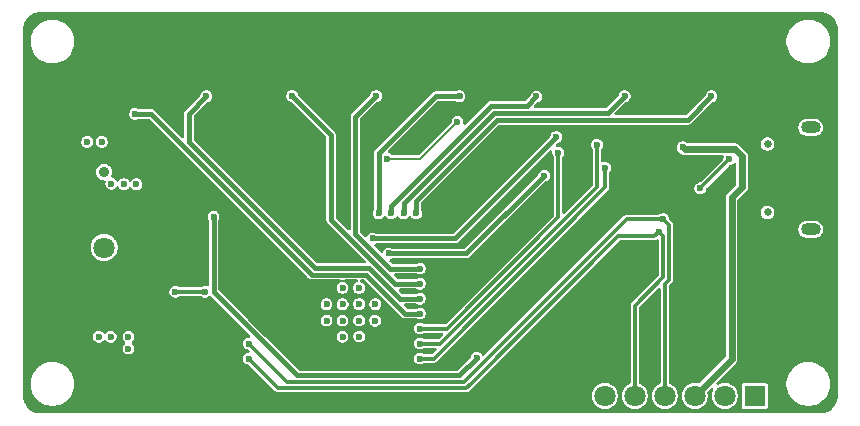
<source format=gbr>
%TF.GenerationSoftware,KiCad,Pcbnew,9.0.6*%
%TF.CreationDate,2026-01-19T16:57:35+01:00*%
%TF.ProjectId,TempWatchtV1,54656d70-5761-4746-9368-7456312e6b69,rev?*%
%TF.SameCoordinates,Original*%
%TF.FileFunction,Copper,L4,Bot*%
%TF.FilePolarity,Positive*%
%FSLAX46Y46*%
G04 Gerber Fmt 4.6, Leading zero omitted, Abs format (unit mm)*
G04 Created by KiCad (PCBNEW 9.0.6) date 2026-01-19 16:57:35*
%MOMM*%
%LPD*%
G01*
G04 APERTURE LIST*
%TA.AperFunction,ComponentPad*%
%ADD10C,1.800000*%
%TD*%
%TA.AperFunction,ComponentPad*%
%ADD11C,0.900000*%
%TD*%
%TA.AperFunction,ComponentPad*%
%ADD12R,1.800000X1.800000*%
%TD*%
%TA.AperFunction,ComponentPad*%
%ADD13C,0.650000*%
%TD*%
%TA.AperFunction,ComponentPad*%
%ADD14O,1.700000X1.000000*%
%TD*%
%TA.AperFunction,ViaPad*%
%ADD15C,0.600000*%
%TD*%
%TA.AperFunction,Conductor*%
%ADD16C,0.400000*%
%TD*%
%TA.AperFunction,Conductor*%
%ADD17C,0.600000*%
%TD*%
%TA.AperFunction,Conductor*%
%ADD18C,0.300000*%
%TD*%
%TA.AperFunction,Conductor*%
%ADD19C,0.200000*%
%TD*%
G04 APERTURE END LIST*
D10*
%TO.P,CN11,*%
%TO.N,*%
X112380000Y-110455348D03*
D11*
X112380000Y-104055348D03*
%TD*%
D12*
%TO.P,H1,1,GND*%
%TO.N,GND*%
X167460000Y-123010000D03*
D10*
%TO.P,H1,2,CTS#*%
%TO.N,unconnected-(H1-CTS#-Pad2)*%
X164920000Y-123010000D03*
%TO.P,H1,3,VCC*%
%TO.N,VBUS*%
X162380000Y-123010000D03*
%TO.P,H1,4,TXD*%
%TO.N,/esp32S3/RX*%
X159840000Y-123010000D03*
%TO.P,H1,5,RXD*%
%TO.N,/esp32S3/TX*%
X157300000Y-123010000D03*
%TO.P,H1,6,RTS#*%
%TO.N,unconnected-(H1-RTS#-Pad6)*%
X154760000Y-123010000D03*
%TD*%
D13*
%TO.P,U5,*%
%TO.N,*%
X168550000Y-107475000D03*
X168550000Y-101695000D03*
D14*
%TO.P,U5,14,14*%
%TO.N,GND*%
X172200000Y-108905000D03*
%TO.P,U5,15,15*%
X172200000Y-100265000D03*
%TD*%
D15*
%TO.N,/Connector/Temp1*%
X139120000Y-116037500D03*
X115000000Y-99132152D03*
%TO.N,/Connector/Temp2*%
X121025000Y-97632152D03*
X139120000Y-114780000D03*
%TO.N,/Connector/Temp3*%
X128300000Y-97607152D03*
X139120000Y-113505000D03*
%TO.N,/Connector/Temp4*%
X139120000Y-112230000D03*
X135400000Y-97625000D03*
%TO.N,/Connector/Temp5*%
X142475000Y-97632152D03*
X135630000Y-107555000D03*
%TO.N,/Connector/Temp6*%
X136685000Y-107555000D03*
X148975000Y-97657152D03*
%TO.N,/Connector/Temp7*%
X156450000Y-97627500D03*
X137740000Y-107555000D03*
%TO.N,/Connector/Temp8*%
X138795000Y-107555000D03*
X163800000Y-97632152D03*
%TO.N,GND*%
X132575000Y-115245000D03*
X114440000Y-118000000D03*
X132565000Y-113875000D03*
X133975000Y-117985000D03*
X133965000Y-113875000D03*
X114060000Y-105080000D03*
X110950000Y-101500000D03*
X115110000Y-105090000D03*
X112190000Y-101500000D03*
X135325000Y-116645000D03*
X135345000Y-115235000D03*
X112940000Y-118000000D03*
X131215000Y-116635000D03*
X111940000Y-118000000D03*
X132565000Y-116635000D03*
X133965000Y-115235000D03*
X114440000Y-119000000D03*
X112990000Y-105050000D03*
X131215000Y-115245000D03*
X133975000Y-116635000D03*
X132565000Y-117995000D03*
%TO.N,+3.3V*%
X144955000Y-103595000D03*
X144575000Y-94307848D03*
X162000000Y-111275000D03*
X161100000Y-111275000D03*
X166012857Y-94372500D03*
X161100000Y-112175000D03*
X151310000Y-120110000D03*
X126040000Y-100420000D03*
X151315000Y-120930000D03*
X113060000Y-120030000D03*
X158860000Y-94320000D03*
X115995714Y-94317848D03*
X130285714Y-94297848D03*
X113870000Y-121610000D03*
X113870000Y-120810000D03*
X123125714Y-94307848D03*
X152540000Y-110340000D03*
X161100000Y-113075000D03*
X146795000Y-120555000D03*
X151714286Y-94340705D03*
X137455000Y-94307848D03*
X162850000Y-111275000D03*
X113060000Y-120830000D03*
X113870000Y-120010000D03*
X113060000Y-121610000D03*
X147760000Y-120550000D03*
X145795000Y-120555000D03*
%TO.N,VBUS*%
X161380000Y-101955000D03*
X165500000Y-107408000D03*
X164900000Y-102135000D03*
%TO.N,/esp32S3/TX*%
X159320000Y-109105000D03*
X124620000Y-119847500D03*
%TO.N,/esp32S3/RX*%
X124620000Y-118577500D03*
X159700000Y-108035000D03*
%TO.N,/esp32S3/BOOT*%
X121645000Y-107830000D03*
X143950000Y-119780760D03*
%TO.N,Net-(U5-SBU1)*%
X165300000Y-102985000D03*
X162850000Y-105435000D03*
%TO.N,Net-(U7-PG)*%
X120940000Y-114180000D03*
X118407351Y-114180000D03*
%TO.N,/CAN/MISO*%
X154120000Y-101750000D03*
X139120000Y-118577500D03*
%TO.N,/CAN/MOSI*%
X139120000Y-117307500D03*
X150820000Y-102410000D03*
%TO.N,/CAN/SCK*%
X154795000Y-103710000D03*
X139120000Y-119847500D03*
%TO.N,/CAN/CAN_CS*%
X150650000Y-101100000D03*
X135120000Y-109680000D03*
%TO.N,/CAN/TXCAN*%
X136340000Y-102940000D03*
X142295000Y-99805000D03*
%TO.N,/CAN/CAN_IN*%
X149645000Y-104360000D03*
X136495000Y-110955000D03*
%TD*%
D16*
%TO.N,/Connector/Temp1*%
X134566000Y-112751000D02*
X129976000Y-112751000D01*
X129976000Y-112751000D02*
X116357152Y-99132152D01*
X139120000Y-116037500D02*
X137852500Y-116037500D01*
X137852500Y-116037500D02*
X134566000Y-112751000D01*
X116357152Y-99132152D02*
X115000000Y-99132152D01*
%TO.N,/Connector/Temp2*%
X134814942Y-112150000D02*
X137444942Y-114780000D01*
X137444942Y-114780000D02*
X139120000Y-114780000D01*
X119550000Y-99107152D02*
X119550000Y-101475058D01*
X119550000Y-101475058D02*
X130224942Y-112150000D01*
X130224942Y-112150000D02*
X134814942Y-112150000D01*
X121025000Y-97632152D02*
X119550000Y-99107152D01*
%TO.N,/Connector/Temp3*%
X128300000Y-97607152D02*
X131595000Y-100902152D01*
X137019884Y-113505000D02*
X139120000Y-113505000D01*
X131595000Y-100902152D02*
X131595000Y-108080116D01*
X131595000Y-108080116D02*
X137019884Y-113505000D01*
%TO.N,/Connector/Temp4*%
X133645000Y-99385000D02*
X133645000Y-109280174D01*
X136594826Y-112230000D02*
X139120000Y-112230000D01*
X135400000Y-97625000D02*
X135400000Y-97630000D01*
X133645000Y-109280174D02*
X136594826Y-112230000D01*
X135400000Y-97630000D02*
X133645000Y-99385000D01*
%TO.N,/Connector/Temp5*%
X140467848Y-97632152D02*
X142475000Y-97632152D01*
X135630000Y-102470000D02*
X140467848Y-97632152D01*
X135630000Y-107555000D02*
X135630000Y-102470000D01*
%TO.N,/Connector/Temp6*%
X136685000Y-106895000D02*
X145147848Y-98432152D01*
X136685000Y-107555000D02*
X136685000Y-106895000D01*
X145147848Y-98432152D02*
X148200000Y-98432152D01*
X148200000Y-98432152D02*
X148975000Y-97657152D01*
%TO.N,/Connector/Temp7*%
X137740000Y-107555000D02*
X137740000Y-106689942D01*
X137740000Y-106689942D02*
X145396790Y-99033152D01*
X155044348Y-99033152D02*
X156450000Y-97627500D01*
X145396790Y-99033152D02*
X155044348Y-99033152D01*
%TO.N,/Connector/Temp8*%
X138795000Y-106484884D02*
X138795000Y-107555000D01*
X163792848Y-97632152D02*
X161790848Y-99634152D01*
X161790848Y-99634152D02*
X145645732Y-99634152D01*
X163800000Y-97632152D02*
X163792848Y-97632152D01*
X145645732Y-99634152D02*
X138795000Y-106484884D01*
D17*
%TO.N,VBUS*%
X166400000Y-102735000D02*
X165800000Y-102135000D01*
X164900000Y-102135000D02*
X161560000Y-102135000D01*
X165500000Y-107408000D02*
X165500000Y-106185000D01*
X166400000Y-105285000D02*
X166400000Y-102735000D01*
X165500000Y-106185000D02*
X166400000Y-105285000D01*
X161560000Y-102135000D02*
X161380000Y-101955000D01*
X165500000Y-107408000D02*
X165500000Y-119890000D01*
X165800000Y-102135000D02*
X164900000Y-102135000D01*
X165500000Y-119890000D02*
X162380000Y-123010000D01*
D18*
%TO.N,/esp32S3/TX*%
X159700000Y-112960000D02*
X157300000Y-115360000D01*
X155885000Y-109485000D02*
X143405000Y-121965000D01*
X159700000Y-109485000D02*
X159700000Y-112960000D01*
X159320000Y-109105000D02*
X159700000Y-109485000D01*
X159320000Y-109105000D02*
X158940000Y-109485000D01*
X158940000Y-109485000D02*
X155885000Y-109485000D01*
X143405000Y-121965000D02*
X143040000Y-122330000D01*
X157300000Y-115360000D02*
X157300000Y-123010000D01*
X127102500Y-122330000D02*
X124620000Y-119847500D01*
X143040000Y-122330000D02*
X127102500Y-122330000D01*
%TO.N,/esp32S3/RX*%
X160201000Y-109277480D02*
X160201000Y-113167520D01*
X159700000Y-108035000D02*
X160200000Y-108535000D01*
X156615000Y-108035000D02*
X143026000Y-121624000D01*
X142821000Y-121829000D02*
X127871500Y-121829000D01*
X159840000Y-113528520D02*
X159840000Y-123010000D01*
D17*
X159970000Y-123020000D02*
X159970000Y-123040000D01*
D18*
X124642500Y-118577500D02*
X124620000Y-118555000D01*
X160200000Y-108535000D02*
X160200000Y-109276479D01*
X159700000Y-108035000D02*
X156615000Y-108035000D01*
X127871500Y-121829000D02*
X124620000Y-118577500D01*
X143026000Y-121624000D02*
X142821000Y-121829000D01*
X160200000Y-109276479D02*
X160201000Y-109277480D01*
X160201000Y-113167520D02*
X159840000Y-113528520D01*
D16*
%TO.N,/esp32S3/BOOT*%
X143950000Y-119780760D02*
X142452760Y-121278000D01*
X121645000Y-114205000D02*
X121645000Y-107830000D01*
X128718000Y-121278000D02*
X121645000Y-114205000D01*
X142452760Y-121278000D02*
X128718000Y-121278000D01*
D18*
%TO.N,Net-(U5-SBU1)*%
X162850000Y-105435000D02*
X165300000Y-102985000D01*
%TO.N,Net-(U7-PG)*%
X118407351Y-114180000D02*
X120940000Y-114180000D01*
%TO.N,/CAN/MISO*%
X139120000Y-118577500D02*
X140838980Y-118577500D01*
X140838980Y-118577500D02*
X154120000Y-105296480D01*
X154120000Y-105296480D02*
X154120000Y-101750000D01*
%TO.N,/CAN/MOSI*%
X141400460Y-117307500D02*
X150820000Y-107887960D01*
X150820000Y-107887960D02*
X150820000Y-102410000D01*
X139120000Y-117307500D02*
X141400460Y-117307500D01*
%TO.N,/CAN/SCK*%
X140277500Y-119847500D02*
X154795000Y-105330000D01*
X139120000Y-119847500D02*
X140277500Y-119847500D01*
X154795000Y-105330000D02*
X154795000Y-103710000D01*
D16*
%TO.N,/CAN/CAN_CS*%
X135120000Y-109680000D02*
X142095000Y-109680000D01*
X150650000Y-101125000D02*
X150650000Y-101100000D01*
X142095000Y-109680000D02*
X150650000Y-101125000D01*
D19*
%TO.N,/CAN/TXCAN*%
X139160000Y-102940000D02*
X142295000Y-99805000D01*
X136340000Y-102940000D02*
X139160000Y-102940000D01*
D16*
%TO.N,/CAN/CAN_IN*%
X143045000Y-110955000D02*
X149640000Y-104360000D01*
X136495000Y-110955000D02*
X143045000Y-110955000D01*
X149640000Y-104360000D02*
X149645000Y-104360000D01*
%TD*%
%TA.AperFunction,Conductor*%
%TO.N,+3.3V*%
G36*
X173004418Y-90500816D02*
G01*
X173204561Y-90515130D01*
X173222063Y-90517647D01*
X173413797Y-90559355D01*
X173430755Y-90564334D01*
X173614609Y-90632909D01*
X173630701Y-90640259D01*
X173802904Y-90734288D01*
X173817784Y-90743849D01*
X173974867Y-90861441D01*
X173988237Y-90873027D01*
X174126972Y-91011762D01*
X174138558Y-91025132D01*
X174255360Y-91181161D01*
X174256146Y-91182210D01*
X174265711Y-91197095D01*
X174359740Y-91369298D01*
X174367090Y-91385390D01*
X174435662Y-91569236D01*
X174440646Y-91586212D01*
X174482351Y-91777931D01*
X174484869Y-91795442D01*
X174499184Y-91995580D01*
X174499500Y-92004427D01*
X174499500Y-122995572D01*
X174499184Y-123004418D01*
X174499184Y-123004419D01*
X174484869Y-123204557D01*
X174482351Y-123222068D01*
X174440646Y-123413787D01*
X174435662Y-123430763D01*
X174367090Y-123614609D01*
X174359740Y-123630701D01*
X174265711Y-123802904D01*
X174256146Y-123817789D01*
X174138558Y-123974867D01*
X174126972Y-123988237D01*
X173988237Y-124126972D01*
X173974867Y-124138558D01*
X173817789Y-124256146D01*
X173802904Y-124265711D01*
X173630701Y-124359740D01*
X173614609Y-124367090D01*
X173430763Y-124435662D01*
X173413787Y-124440646D01*
X173222068Y-124482351D01*
X173204557Y-124484869D01*
X173023779Y-124497799D01*
X173004417Y-124499184D01*
X172995572Y-124499500D01*
X107004428Y-124499500D01*
X106995582Y-124499184D01*
X106973622Y-124497613D01*
X106795442Y-124484869D01*
X106777931Y-124482351D01*
X106586212Y-124440646D01*
X106569236Y-124435662D01*
X106385390Y-124367090D01*
X106369298Y-124359740D01*
X106197095Y-124265711D01*
X106182210Y-124256146D01*
X106025132Y-124138558D01*
X106011762Y-124126972D01*
X105873027Y-123988237D01*
X105861441Y-123974867D01*
X105827665Y-123929748D01*
X105743849Y-123817784D01*
X105734288Y-123802904D01*
X105640259Y-123630701D01*
X105632909Y-123614609D01*
X105605803Y-123541936D01*
X105564334Y-123430755D01*
X105559355Y-123413797D01*
X105517647Y-123222063D01*
X105515130Y-123204556D01*
X105500816Y-123004418D01*
X105500500Y-122995572D01*
X105500500Y-121878711D01*
X106149500Y-121878711D01*
X106149500Y-122121288D01*
X106181161Y-122361785D01*
X106243947Y-122596104D01*
X106308647Y-122752302D01*
X106336776Y-122820212D01*
X106458064Y-123030289D01*
X106458066Y-123030292D01*
X106458067Y-123030293D01*
X106605733Y-123222736D01*
X106605739Y-123222743D01*
X106777256Y-123394260D01*
X106777263Y-123394266D01*
X106814004Y-123422458D01*
X106969711Y-123541936D01*
X107179788Y-123663224D01*
X107403900Y-123756054D01*
X107638211Y-123818838D01*
X107818586Y-123842584D01*
X107878711Y-123850500D01*
X107878712Y-123850500D01*
X108121289Y-123850500D01*
X108169388Y-123844167D01*
X108361789Y-123818838D01*
X108596100Y-123756054D01*
X108820212Y-123663224D01*
X109030289Y-123541936D01*
X109222738Y-123394265D01*
X109394265Y-123222738D01*
X109541936Y-123030289D01*
X109603655Y-122923389D01*
X153659500Y-122923389D01*
X153659500Y-123096610D01*
X153679476Y-123222738D01*
X153686598Y-123267701D01*
X153740127Y-123432445D01*
X153818768Y-123586788D01*
X153920586Y-123726928D01*
X154043072Y-123849414D01*
X154183212Y-123951232D01*
X154337555Y-124029873D01*
X154502299Y-124083402D01*
X154673389Y-124110500D01*
X154673390Y-124110500D01*
X154846610Y-124110500D01*
X154846611Y-124110500D01*
X155017701Y-124083402D01*
X155182445Y-124029873D01*
X155336788Y-123951232D01*
X155476928Y-123849414D01*
X155599414Y-123726928D01*
X155701232Y-123586788D01*
X155779873Y-123432445D01*
X155833402Y-123267701D01*
X155860500Y-123096611D01*
X155860500Y-122923389D01*
X155833402Y-122752299D01*
X155779873Y-122587555D01*
X155701232Y-122433212D01*
X155599414Y-122293072D01*
X155476928Y-122170586D01*
X155336788Y-122068768D01*
X155182445Y-121990127D01*
X155017701Y-121936598D01*
X155017699Y-121936597D01*
X155017698Y-121936597D01*
X154886271Y-121915781D01*
X154846611Y-121909500D01*
X154673389Y-121909500D01*
X154633728Y-121915781D01*
X154502302Y-121936597D01*
X154337552Y-121990128D01*
X154183211Y-122068768D01*
X154110925Y-122121288D01*
X154043072Y-122170586D01*
X154043070Y-122170588D01*
X154043069Y-122170588D01*
X153920588Y-122293069D01*
X153920588Y-122293070D01*
X153920586Y-122293072D01*
X153881936Y-122346269D01*
X153818768Y-122433211D01*
X153740128Y-122587552D01*
X153686597Y-122752302D01*
X153659500Y-122923389D01*
X109603655Y-122923389D01*
X109663224Y-122820212D01*
X109756054Y-122596100D01*
X109818838Y-122361789D01*
X109850500Y-122121288D01*
X109850500Y-121878712D01*
X109818838Y-121638211D01*
X109756054Y-121403900D01*
X109663224Y-121179788D01*
X109541936Y-120969711D01*
X109394265Y-120777262D01*
X109394260Y-120777256D01*
X109222743Y-120605739D01*
X109222736Y-120605733D01*
X109030293Y-120458067D01*
X109030292Y-120458066D01*
X109030289Y-120458064D01*
X108820212Y-120336776D01*
X108820205Y-120336773D01*
X108596104Y-120243947D01*
X108422076Y-120197316D01*
X108361789Y-120181162D01*
X108361788Y-120181161D01*
X108361785Y-120181161D01*
X108121289Y-120149500D01*
X108121288Y-120149500D01*
X107878712Y-120149500D01*
X107878711Y-120149500D01*
X107638214Y-120181161D01*
X107403895Y-120243947D01*
X107179794Y-120336773D01*
X107179785Y-120336777D01*
X106969706Y-120458067D01*
X106777263Y-120605733D01*
X106777256Y-120605739D01*
X106605739Y-120777256D01*
X106605733Y-120777263D01*
X106458067Y-120969706D01*
X106336777Y-121179785D01*
X106336773Y-121179794D01*
X106243947Y-121403895D01*
X106181161Y-121638214D01*
X106149500Y-121878711D01*
X105500500Y-121878711D01*
X105500500Y-117934108D01*
X111439500Y-117934108D01*
X111439500Y-118065892D01*
X111456554Y-118129539D01*
X111473608Y-118193187D01*
X111506554Y-118250250D01*
X111539500Y-118307314D01*
X111632686Y-118400500D01*
X111746814Y-118466392D01*
X111874108Y-118500500D01*
X111874110Y-118500500D01*
X112005890Y-118500500D01*
X112005892Y-118500500D01*
X112133186Y-118466392D01*
X112247314Y-118400500D01*
X112340500Y-118307314D01*
X112340504Y-118307306D01*
X112341625Y-118305847D01*
X112342892Y-118304921D01*
X112346247Y-118301567D01*
X112346770Y-118302090D01*
X112398053Y-118264645D01*
X112467799Y-118260491D01*
X112528719Y-118294704D01*
X112538375Y-118305847D01*
X112539498Y-118307311D01*
X112539500Y-118307314D01*
X112632686Y-118400500D01*
X112746814Y-118466392D01*
X112874108Y-118500500D01*
X112874110Y-118500500D01*
X113005890Y-118500500D01*
X113005892Y-118500500D01*
X113133186Y-118466392D01*
X113247314Y-118400500D01*
X113340500Y-118307314D01*
X113406392Y-118193186D01*
X113440500Y-118065892D01*
X113440500Y-117934108D01*
X113939500Y-117934108D01*
X113939500Y-118065892D01*
X113956554Y-118129539D01*
X113973608Y-118193187D01*
X114006554Y-118250250D01*
X114039500Y-118307314D01*
X114039502Y-118307316D01*
X114132687Y-118400501D01*
X114134158Y-118401630D01*
X114135083Y-118402897D01*
X114138433Y-118406247D01*
X114137910Y-118406769D01*
X114175356Y-118458060D01*
X114179506Y-118527807D01*
X114145289Y-118588725D01*
X114134158Y-118598370D01*
X114132687Y-118599498D01*
X114039502Y-118692683D01*
X114039500Y-118692686D01*
X113973608Y-118806812D01*
X113941137Y-118928000D01*
X113939500Y-118934108D01*
X113939500Y-119065892D01*
X113948019Y-119097685D01*
X113973608Y-119193187D01*
X113975603Y-119196642D01*
X114039500Y-119307314D01*
X114132686Y-119400500D01*
X114246814Y-119466392D01*
X114374108Y-119500500D01*
X114374110Y-119500500D01*
X114505890Y-119500500D01*
X114505892Y-119500500D01*
X114633186Y-119466392D01*
X114747314Y-119400500D01*
X114840500Y-119307314D01*
X114906392Y-119193186D01*
X114940500Y-119065892D01*
X114940500Y-118934108D01*
X114906392Y-118806814D01*
X114840500Y-118692686D01*
X114747314Y-118599500D01*
X114747311Y-118599498D01*
X114745847Y-118598375D01*
X114744921Y-118597107D01*
X114741567Y-118593753D01*
X114742090Y-118593229D01*
X114704645Y-118541947D01*
X114700491Y-118472201D01*
X114734704Y-118411281D01*
X114745847Y-118401625D01*
X114747306Y-118400504D01*
X114747314Y-118400500D01*
X114840500Y-118307314D01*
X114906392Y-118193186D01*
X114940500Y-118065892D01*
X114940500Y-117934108D01*
X114906392Y-117806814D01*
X114840500Y-117692686D01*
X114747314Y-117599500D01*
X114690250Y-117566554D01*
X114633187Y-117533608D01*
X114569539Y-117516554D01*
X114505892Y-117499500D01*
X114374108Y-117499500D01*
X114246812Y-117533608D01*
X114132686Y-117599500D01*
X114132683Y-117599502D01*
X114039502Y-117692683D01*
X114039500Y-117692686D01*
X113973608Y-117806812D01*
X113956763Y-117869681D01*
X113939500Y-117934108D01*
X113440500Y-117934108D01*
X113406392Y-117806814D01*
X113340500Y-117692686D01*
X113247314Y-117599500D01*
X113190250Y-117566554D01*
X113133187Y-117533608D01*
X113069539Y-117516554D01*
X113005892Y-117499500D01*
X112874108Y-117499500D01*
X112746812Y-117533608D01*
X112632686Y-117599500D01*
X112632683Y-117599502D01*
X112539498Y-117692687D01*
X112538370Y-117694158D01*
X112537102Y-117695083D01*
X112533753Y-117698433D01*
X112533230Y-117697910D01*
X112481940Y-117735356D01*
X112412193Y-117739506D01*
X112351275Y-117705289D01*
X112341630Y-117694158D01*
X112340501Y-117692687D01*
X112247316Y-117599502D01*
X112247314Y-117599500D01*
X112190250Y-117566554D01*
X112133187Y-117533608D01*
X112069539Y-117516554D01*
X112005892Y-117499500D01*
X111874108Y-117499500D01*
X111746812Y-117533608D01*
X111632686Y-117599500D01*
X111632683Y-117599502D01*
X111539502Y-117692683D01*
X111539500Y-117692686D01*
X111473608Y-117806812D01*
X111456763Y-117869681D01*
X111439500Y-117934108D01*
X105500500Y-117934108D01*
X105500500Y-114114108D01*
X117906851Y-114114108D01*
X117906851Y-114245892D01*
X117915856Y-114279500D01*
X117940959Y-114373187D01*
X117973905Y-114430250D01*
X118006851Y-114487314D01*
X118100037Y-114580500D01*
X118214165Y-114646392D01*
X118341459Y-114680500D01*
X118341461Y-114680500D01*
X118473241Y-114680500D01*
X118473243Y-114680500D01*
X118600537Y-114646392D01*
X118714665Y-114580500D01*
X118728346Y-114566819D01*
X118789669Y-114533334D01*
X118816027Y-114530500D01*
X120531324Y-114530500D01*
X120598363Y-114550185D01*
X120619005Y-114566819D01*
X120632686Y-114580500D01*
X120746814Y-114646392D01*
X120874108Y-114680500D01*
X120874110Y-114680500D01*
X121005890Y-114680500D01*
X121005892Y-114680500D01*
X121133186Y-114646392D01*
X121247314Y-114580500D01*
X121263029Y-114564784D01*
X121324349Y-114531299D01*
X121394041Y-114536282D01*
X121438391Y-114564784D01*
X124738926Y-117865319D01*
X124772411Y-117926642D01*
X124767427Y-117996334D01*
X124725555Y-118052267D01*
X124660091Y-118076684D01*
X124651245Y-118077000D01*
X124554108Y-118077000D01*
X124426812Y-118111108D01*
X124312686Y-118177000D01*
X124312683Y-118177002D01*
X124219502Y-118270183D01*
X124219500Y-118270186D01*
X124153608Y-118384312D01*
X124119500Y-118511608D01*
X124119500Y-118643391D01*
X124153608Y-118770687D01*
X124186554Y-118827750D01*
X124219500Y-118884814D01*
X124312686Y-118978000D01*
X124426814Y-119043892D01*
X124554108Y-119078000D01*
X124573456Y-119078000D01*
X124602896Y-119086644D01*
X124632883Y-119093168D01*
X124637898Y-119096922D01*
X124640495Y-119097685D01*
X124661137Y-119114319D01*
X124682137Y-119135319D01*
X124715622Y-119196642D01*
X124710638Y-119266334D01*
X124668766Y-119322267D01*
X124603302Y-119346684D01*
X124594456Y-119347000D01*
X124554108Y-119347000D01*
X124426812Y-119381108D01*
X124312686Y-119447000D01*
X124312683Y-119447002D01*
X124219502Y-119540183D01*
X124219500Y-119540186D01*
X124153608Y-119654312D01*
X124145982Y-119682774D01*
X124119500Y-119781608D01*
X124119500Y-119913392D01*
X124130889Y-119955894D01*
X124153608Y-120040685D01*
X124153607Y-120040685D01*
X124153608Y-120040686D01*
X124219500Y-120154814D01*
X124312686Y-120248000D01*
X124426814Y-120313892D01*
X124554108Y-120348000D01*
X124573456Y-120348000D01*
X124640495Y-120367685D01*
X124661137Y-120384319D01*
X126887288Y-122610470D01*
X126887289Y-122610471D01*
X126887291Y-122610472D01*
X126927250Y-122633542D01*
X126967212Y-122656614D01*
X127056356Y-122680500D01*
X127056358Y-122680500D01*
X143086142Y-122680500D01*
X143086144Y-122680500D01*
X143175288Y-122656614D01*
X143255212Y-122610470D01*
X143685470Y-122180212D01*
X143685470Y-122180211D01*
X155993862Y-109871819D01*
X156055185Y-109838334D01*
X156081543Y-109835500D01*
X158986142Y-109835500D01*
X158986144Y-109835500D01*
X159075288Y-109811614D01*
X159155212Y-109765470D01*
X159155211Y-109765470D01*
X159162250Y-109761407D01*
X159163821Y-109764128D01*
X159215130Y-109744268D01*
X159283581Y-109758278D01*
X159333592Y-109807070D01*
X159349500Y-109867834D01*
X159349500Y-112763456D01*
X159329815Y-112830495D01*
X159313181Y-112851137D01*
X157019531Y-115144786D01*
X157019527Y-115144791D01*
X156992115Y-115192272D01*
X156992115Y-115192273D01*
X156973386Y-115224711D01*
X156949500Y-115313856D01*
X156949500Y-121877481D01*
X156929815Y-121944520D01*
X156881795Y-121987966D01*
X156723211Y-122068768D01*
X156650925Y-122121288D01*
X156583072Y-122170586D01*
X156583070Y-122170588D01*
X156583069Y-122170588D01*
X156460588Y-122293069D01*
X156460588Y-122293070D01*
X156460586Y-122293072D01*
X156421936Y-122346269D01*
X156358768Y-122433211D01*
X156280128Y-122587552D01*
X156226597Y-122752302D01*
X156199500Y-122923389D01*
X156199500Y-123096610D01*
X156219476Y-123222738D01*
X156226598Y-123267701D01*
X156280127Y-123432445D01*
X156358768Y-123586788D01*
X156460586Y-123726928D01*
X156583072Y-123849414D01*
X156723212Y-123951232D01*
X156877555Y-124029873D01*
X157042299Y-124083402D01*
X157213389Y-124110500D01*
X157213390Y-124110500D01*
X157386610Y-124110500D01*
X157386611Y-124110500D01*
X157557701Y-124083402D01*
X157722445Y-124029873D01*
X157876788Y-123951232D01*
X158016928Y-123849414D01*
X158139414Y-123726928D01*
X158241232Y-123586788D01*
X158319873Y-123432445D01*
X158373402Y-123267701D01*
X158400500Y-123096611D01*
X158400500Y-122923389D01*
X158373402Y-122752299D01*
X158319873Y-122587555D01*
X158241232Y-122433212D01*
X158139414Y-122293072D01*
X158016928Y-122170586D01*
X157876788Y-122068768D01*
X157804173Y-122031769D01*
X157718205Y-121987966D01*
X157667409Y-121939991D01*
X157650500Y-121877481D01*
X157650500Y-115556544D01*
X157670185Y-115489505D01*
X157686819Y-115468863D01*
X159277819Y-113877863D01*
X159339142Y-113844378D01*
X159408834Y-113849362D01*
X159464767Y-113891234D01*
X159489184Y-113956698D01*
X159489500Y-113965544D01*
X159489500Y-121877481D01*
X159469815Y-121944520D01*
X159421795Y-121987966D01*
X159263211Y-122068768D01*
X159190925Y-122121288D01*
X159123072Y-122170586D01*
X159123070Y-122170588D01*
X159123069Y-122170588D01*
X159000588Y-122293069D01*
X159000588Y-122293070D01*
X159000586Y-122293072D01*
X158961936Y-122346269D01*
X158898768Y-122433211D01*
X158820128Y-122587552D01*
X158766597Y-122752302D01*
X158739500Y-122923389D01*
X158739500Y-123096610D01*
X158759476Y-123222738D01*
X158766598Y-123267701D01*
X158820127Y-123432445D01*
X158898768Y-123586788D01*
X159000586Y-123726928D01*
X159123072Y-123849414D01*
X159263212Y-123951232D01*
X159417555Y-124029873D01*
X159582299Y-124083402D01*
X159753389Y-124110500D01*
X159753390Y-124110500D01*
X159926610Y-124110500D01*
X159926611Y-124110500D01*
X160097701Y-124083402D01*
X160262445Y-124029873D01*
X160416788Y-123951232D01*
X160556928Y-123849414D01*
X160679414Y-123726928D01*
X160781232Y-123586788D01*
X160859873Y-123432445D01*
X160913402Y-123267701D01*
X160940500Y-123096611D01*
X160940500Y-122923389D01*
X160913402Y-122752299D01*
X160859873Y-122587555D01*
X160781232Y-122433212D01*
X160679414Y-122293072D01*
X160556928Y-122170586D01*
X160416788Y-122068768D01*
X160344173Y-122031769D01*
X160258205Y-121987966D01*
X160207409Y-121939991D01*
X160190500Y-121877481D01*
X160190500Y-113725064D01*
X160210185Y-113658025D01*
X160226819Y-113637383D01*
X160296519Y-113567683D01*
X160481470Y-113382732D01*
X160527614Y-113302808D01*
X160531953Y-113286614D01*
X160551500Y-113213664D01*
X160551500Y-109275649D01*
X160551522Y-109231512D01*
X160551500Y-109231429D01*
X160551500Y-109231336D01*
X160551500Y-109230880D01*
X160550500Y-109215614D01*
X160550500Y-108488858D01*
X160550500Y-108488856D01*
X160526614Y-108399712D01*
X160504618Y-108361614D01*
X160480470Y-108319788D01*
X160236819Y-108076137D01*
X160203334Y-108014814D01*
X160200500Y-107988456D01*
X160200500Y-107969110D01*
X160200500Y-107969108D01*
X160166392Y-107841814D01*
X160158614Y-107828343D01*
X160130182Y-107779097D01*
X160100500Y-107727686D01*
X160007314Y-107634500D01*
X159950250Y-107601554D01*
X159893187Y-107568608D01*
X159826591Y-107550764D01*
X159765892Y-107534500D01*
X159634108Y-107534500D01*
X159506812Y-107568608D01*
X159392686Y-107634500D01*
X159392683Y-107634502D01*
X159379005Y-107648181D01*
X159317682Y-107681666D01*
X159291324Y-107684500D01*
X156568856Y-107684500D01*
X156485226Y-107706907D01*
X156485227Y-107706908D01*
X156479712Y-107708385D01*
X156479708Y-107708387D01*
X156399791Y-107754527D01*
X156399786Y-107754531D01*
X144585692Y-119568624D01*
X144524369Y-119602109D01*
X144454677Y-119597125D01*
X144398744Y-119555253D01*
X144390624Y-119542943D01*
X144389032Y-119540186D01*
X144350500Y-119473446D01*
X144257314Y-119380260D01*
X144199159Y-119346684D01*
X144143187Y-119314368D01*
X144079539Y-119297314D01*
X144015892Y-119280260D01*
X143884108Y-119280260D01*
X143756812Y-119314368D01*
X143642686Y-119380260D01*
X143642683Y-119380262D01*
X143549502Y-119473443D01*
X143549500Y-119473446D01*
X143483607Y-119587574D01*
X143483607Y-119587575D01*
X143458098Y-119682774D01*
X143426005Y-119738360D01*
X142323186Y-120841181D01*
X142261863Y-120874666D01*
X142235505Y-120877500D01*
X128935254Y-120877500D01*
X128868215Y-120857815D01*
X128847573Y-120841181D01*
X126015055Y-118008662D01*
X125935501Y-117929108D01*
X132064500Y-117929108D01*
X132064500Y-118060892D01*
X132068816Y-118077000D01*
X132098608Y-118188187D01*
X132101495Y-118193187D01*
X132164500Y-118302314D01*
X132257686Y-118395500D01*
X132371814Y-118461392D01*
X132499108Y-118495500D01*
X132499110Y-118495500D01*
X132630890Y-118495500D01*
X132630892Y-118495500D01*
X132758186Y-118461392D01*
X132872314Y-118395500D01*
X132965500Y-118302314D01*
X133031392Y-118188186D01*
X133065500Y-118060892D01*
X133065500Y-117929108D01*
X133062821Y-117919108D01*
X133474500Y-117919108D01*
X133474500Y-118050892D01*
X133478519Y-118065890D01*
X133508608Y-118178187D01*
X133535155Y-118224166D01*
X133574500Y-118292314D01*
X133667686Y-118385500D01*
X133781814Y-118451392D01*
X133909108Y-118485500D01*
X133909110Y-118485500D01*
X134040890Y-118485500D01*
X134040892Y-118485500D01*
X134168186Y-118451392D01*
X134282314Y-118385500D01*
X134375500Y-118292314D01*
X134441392Y-118178186D01*
X134475500Y-118050892D01*
X134475500Y-117919108D01*
X134441392Y-117791814D01*
X134375500Y-117677686D01*
X134282314Y-117584500D01*
X134194167Y-117533608D01*
X134168187Y-117518608D01*
X134101303Y-117500687D01*
X134040892Y-117484500D01*
X133909108Y-117484500D01*
X133781812Y-117518608D01*
X133667686Y-117584500D01*
X133667683Y-117584502D01*
X133574502Y-117677683D01*
X133574501Y-117677685D01*
X133574500Y-117677686D01*
X133565840Y-117692686D01*
X133508608Y-117791812D01*
X133487744Y-117869681D01*
X133474500Y-117919108D01*
X133062821Y-117919108D01*
X133031392Y-117801814D01*
X133025618Y-117791814D01*
X133015271Y-117773892D01*
X132965500Y-117687686D01*
X132872314Y-117594500D01*
X132815250Y-117561554D01*
X132758187Y-117528608D01*
X132653982Y-117500687D01*
X132630892Y-117494500D01*
X132499108Y-117494500D01*
X132371812Y-117528608D01*
X132257686Y-117594500D01*
X132257683Y-117594502D01*
X132164502Y-117687683D01*
X132164500Y-117687686D01*
X132098608Y-117801812D01*
X132096950Y-117808000D01*
X132064500Y-117929108D01*
X125935501Y-117929108D01*
X124575501Y-116569108D01*
X130714500Y-116569108D01*
X130714500Y-116700892D01*
X130731554Y-116764539D01*
X130748608Y-116828187D01*
X130781554Y-116885250D01*
X130814500Y-116942314D01*
X130907686Y-117035500D01*
X131021814Y-117101392D01*
X131149108Y-117135500D01*
X131149110Y-117135500D01*
X131280890Y-117135500D01*
X131280892Y-117135500D01*
X131408186Y-117101392D01*
X131522314Y-117035500D01*
X131615500Y-116942314D01*
X131681392Y-116828186D01*
X131715500Y-116700892D01*
X131715500Y-116569108D01*
X132064500Y-116569108D01*
X132064500Y-116700892D01*
X132081554Y-116764539D01*
X132098608Y-116828187D01*
X132131554Y-116885250D01*
X132164500Y-116942314D01*
X132257686Y-117035500D01*
X132371814Y-117101392D01*
X132499108Y-117135500D01*
X132499110Y-117135500D01*
X132630890Y-117135500D01*
X132630892Y-117135500D01*
X132758186Y-117101392D01*
X132872314Y-117035500D01*
X132965500Y-116942314D01*
X133031392Y-116828186D01*
X133065500Y-116700892D01*
X133065500Y-116569108D01*
X133474500Y-116569108D01*
X133474500Y-116700892D01*
X133491554Y-116764539D01*
X133508608Y-116828187D01*
X133541554Y-116885250D01*
X133574500Y-116942314D01*
X133667686Y-117035500D01*
X133781814Y-117101392D01*
X133909108Y-117135500D01*
X133909110Y-117135500D01*
X134040890Y-117135500D01*
X134040892Y-117135500D01*
X134168186Y-117101392D01*
X134282314Y-117035500D01*
X134375500Y-116942314D01*
X134441392Y-116828186D01*
X134475500Y-116700892D01*
X134475500Y-116579108D01*
X134824500Y-116579108D01*
X134824500Y-116710891D01*
X134858608Y-116838187D01*
X134891554Y-116895250D01*
X134924500Y-116952314D01*
X135017686Y-117045500D01*
X135131814Y-117111392D01*
X135259108Y-117145500D01*
X135259110Y-117145500D01*
X135390890Y-117145500D01*
X135390892Y-117145500D01*
X135518186Y-117111392D01*
X135632314Y-117045500D01*
X135725500Y-116952314D01*
X135791392Y-116838186D01*
X135825500Y-116710892D01*
X135825500Y-116579108D01*
X135791392Y-116451814D01*
X135785618Y-116441814D01*
X135767658Y-116410706D01*
X135725500Y-116337686D01*
X135632314Y-116244500D01*
X135575250Y-116211554D01*
X135518187Y-116178608D01*
X135454539Y-116161554D01*
X135390892Y-116144500D01*
X135259108Y-116144500D01*
X135131812Y-116178608D01*
X135017686Y-116244500D01*
X135017683Y-116244502D01*
X134924502Y-116337683D01*
X134924500Y-116337686D01*
X134858608Y-116451812D01*
X134824500Y-116579108D01*
X134475500Y-116579108D01*
X134475500Y-116569108D01*
X134441392Y-116441814D01*
X134439189Y-116437999D01*
X134392990Y-116357980D01*
X134375500Y-116327686D01*
X134282314Y-116234500D01*
X134225250Y-116201554D01*
X134168187Y-116168608D01*
X134104539Y-116151554D01*
X134040892Y-116134500D01*
X133909108Y-116134500D01*
X133781812Y-116168608D01*
X133667686Y-116234500D01*
X133667683Y-116234502D01*
X133574502Y-116327683D01*
X133574500Y-116327686D01*
X133508608Y-116441812D01*
X133482835Y-116538000D01*
X133474500Y-116569108D01*
X133065500Y-116569108D01*
X133031392Y-116441814D01*
X133029189Y-116437999D01*
X132982990Y-116357980D01*
X132965500Y-116327686D01*
X132872314Y-116234500D01*
X132815250Y-116201554D01*
X132758187Y-116168608D01*
X132694539Y-116151554D01*
X132630892Y-116134500D01*
X132499108Y-116134500D01*
X132371812Y-116168608D01*
X132257686Y-116234500D01*
X132257683Y-116234502D01*
X132164502Y-116327683D01*
X132164500Y-116327686D01*
X132098608Y-116441812D01*
X132072835Y-116538000D01*
X132064500Y-116569108D01*
X131715500Y-116569108D01*
X131681392Y-116441814D01*
X131679189Y-116437999D01*
X131632990Y-116357980D01*
X131615500Y-116327686D01*
X131522314Y-116234500D01*
X131465250Y-116201554D01*
X131408187Y-116168608D01*
X131344539Y-116151554D01*
X131280892Y-116134500D01*
X131149108Y-116134500D01*
X131021812Y-116168608D01*
X130907686Y-116234500D01*
X130907683Y-116234502D01*
X130814502Y-116327683D01*
X130814500Y-116327686D01*
X130748608Y-116441812D01*
X130722835Y-116538000D01*
X130714500Y-116569108D01*
X124575501Y-116569108D01*
X123185501Y-115179108D01*
X130714500Y-115179108D01*
X130714500Y-115310891D01*
X130748608Y-115438187D01*
X130766319Y-115468863D01*
X130814500Y-115552314D01*
X130907686Y-115645500D01*
X131021814Y-115711392D01*
X131149108Y-115745500D01*
X131149110Y-115745500D01*
X131280890Y-115745500D01*
X131280892Y-115745500D01*
X131408186Y-115711392D01*
X131522314Y-115645500D01*
X131615500Y-115552314D01*
X131681392Y-115438186D01*
X131715500Y-115310892D01*
X131715500Y-115179108D01*
X132074500Y-115179108D01*
X132074500Y-115310891D01*
X132108608Y-115438187D01*
X132126319Y-115468863D01*
X132174500Y-115552314D01*
X132267686Y-115645500D01*
X132381814Y-115711392D01*
X132509108Y-115745500D01*
X132509110Y-115745500D01*
X132640890Y-115745500D01*
X132640892Y-115745500D01*
X132768186Y-115711392D01*
X132882314Y-115645500D01*
X132975500Y-115552314D01*
X133041392Y-115438186D01*
X133075500Y-115310892D01*
X133075500Y-115179108D01*
X133072821Y-115169108D01*
X133464500Y-115169108D01*
X133464500Y-115300892D01*
X133467974Y-115313856D01*
X133498608Y-115428187D01*
X133504382Y-115438187D01*
X133564500Y-115542314D01*
X133657686Y-115635500D01*
X133771814Y-115701392D01*
X133899108Y-115735500D01*
X133899110Y-115735500D01*
X134030890Y-115735500D01*
X134030892Y-115735500D01*
X134158186Y-115701392D01*
X134272314Y-115635500D01*
X134365500Y-115542314D01*
X134431392Y-115428186D01*
X134465500Y-115300892D01*
X134465500Y-115169108D01*
X134844500Y-115169108D01*
X134844500Y-115300892D01*
X134847974Y-115313856D01*
X134878608Y-115428187D01*
X134884382Y-115438187D01*
X134944500Y-115542314D01*
X135037686Y-115635500D01*
X135151814Y-115701392D01*
X135279108Y-115735500D01*
X135279110Y-115735500D01*
X135410890Y-115735500D01*
X135410892Y-115735500D01*
X135538186Y-115701392D01*
X135652314Y-115635500D01*
X135745500Y-115542314D01*
X135811392Y-115428186D01*
X135845500Y-115300892D01*
X135845500Y-115169108D01*
X135811392Y-115041814D01*
X135745500Y-114927686D01*
X135652314Y-114834500D01*
X135595250Y-114801554D01*
X135538187Y-114768608D01*
X135474539Y-114751554D01*
X135410892Y-114734500D01*
X135279108Y-114734500D01*
X135151812Y-114768608D01*
X135037686Y-114834500D01*
X135037683Y-114834502D01*
X134944502Y-114927683D01*
X134944500Y-114927686D01*
X134878608Y-115041812D01*
X134866416Y-115087314D01*
X134844500Y-115169108D01*
X134465500Y-115169108D01*
X134431392Y-115041814D01*
X134365500Y-114927686D01*
X134272314Y-114834500D01*
X134215250Y-114801554D01*
X134158187Y-114768608D01*
X134094539Y-114751554D01*
X134030892Y-114734500D01*
X133899108Y-114734500D01*
X133771812Y-114768608D01*
X133657686Y-114834500D01*
X133657683Y-114834502D01*
X133564502Y-114927683D01*
X133564500Y-114927686D01*
X133498608Y-115041812D01*
X133486416Y-115087314D01*
X133464500Y-115169108D01*
X133072821Y-115169108D01*
X133041392Y-115051814D01*
X133035618Y-115041814D01*
X133032563Y-115036521D01*
X132975500Y-114937686D01*
X132882314Y-114844500D01*
X132825250Y-114811554D01*
X132768187Y-114778608D01*
X132704539Y-114761554D01*
X132640892Y-114744500D01*
X132509108Y-114744500D01*
X132381812Y-114778608D01*
X132267686Y-114844500D01*
X132267683Y-114844502D01*
X132174502Y-114937683D01*
X132174500Y-114937686D01*
X132108608Y-115051812D01*
X132074500Y-115179108D01*
X131715500Y-115179108D01*
X131681392Y-115051814D01*
X131675618Y-115041814D01*
X131672563Y-115036521D01*
X131615500Y-114937686D01*
X131522314Y-114844500D01*
X131465250Y-114811554D01*
X131408187Y-114778608D01*
X131344539Y-114761554D01*
X131280892Y-114744500D01*
X131149108Y-114744500D01*
X131021812Y-114778608D01*
X130907686Y-114844500D01*
X130907683Y-114844502D01*
X130814502Y-114937683D01*
X130814500Y-114937686D01*
X130748608Y-115051812D01*
X130714500Y-115179108D01*
X123185501Y-115179108D01*
X122081819Y-114075426D01*
X122048334Y-114014103D01*
X122045500Y-113987745D01*
X122045500Y-108170539D01*
X122062112Y-108108540D01*
X122111392Y-108023186D01*
X122145500Y-107895892D01*
X122145500Y-107764108D01*
X122111392Y-107636814D01*
X122045500Y-107522686D01*
X121952314Y-107429500D01*
X121895250Y-107396554D01*
X121838187Y-107363608D01*
X121757946Y-107342108D01*
X121710892Y-107329500D01*
X121579108Y-107329500D01*
X121451812Y-107363608D01*
X121337686Y-107429500D01*
X121337683Y-107429502D01*
X121244502Y-107522683D01*
X121244500Y-107522686D01*
X121178608Y-107636812D01*
X121159430Y-107708387D01*
X121144500Y-107764108D01*
X121144500Y-107895892D01*
X121178608Y-108023186D01*
X121227887Y-108108540D01*
X121244500Y-108170539D01*
X121244500Y-113581834D01*
X121224815Y-113648873D01*
X121172011Y-113694628D01*
X121102853Y-113704572D01*
X121088408Y-113701609D01*
X121005893Y-113679500D01*
X121005892Y-113679500D01*
X120874108Y-113679500D01*
X120746812Y-113713608D01*
X120632686Y-113779500D01*
X120632683Y-113779502D01*
X120619005Y-113793181D01*
X120557682Y-113826666D01*
X120531324Y-113829500D01*
X118816027Y-113829500D01*
X118748988Y-113809815D01*
X118728346Y-113793181D01*
X118714667Y-113779502D01*
X118714665Y-113779500D01*
X118657601Y-113746554D01*
X118600538Y-113713608D01*
X118529702Y-113694628D01*
X118473243Y-113679500D01*
X118341459Y-113679500D01*
X118214163Y-113713608D01*
X118100037Y-113779500D01*
X118100034Y-113779502D01*
X118006853Y-113872683D01*
X118006851Y-113872686D01*
X117940959Y-113986812D01*
X117919155Y-114068187D01*
X117906851Y-114114108D01*
X105500500Y-114114108D01*
X105500500Y-110364796D01*
X111229500Y-110364796D01*
X111229500Y-110545899D01*
X111257829Y-110724758D01*
X111313787Y-110896984D01*
X111313788Y-110896987D01*
X111396006Y-111058345D01*
X111502441Y-111204842D01*
X111502445Y-111204847D01*
X111630500Y-111332902D01*
X111630505Y-111332906D01*
X111752294Y-111421390D01*
X111777006Y-111439344D01*
X111882484Y-111493088D01*
X111938360Y-111521559D01*
X111938363Y-111521560D01*
X111988405Y-111537819D01*
X112110591Y-111577519D01*
X112193429Y-111590639D01*
X112289449Y-111605848D01*
X112289454Y-111605848D01*
X112470551Y-111605848D01*
X112557259Y-111592113D01*
X112649409Y-111577519D01*
X112821639Y-111521559D01*
X112982994Y-111439344D01*
X113129501Y-111332901D01*
X113257553Y-111204849D01*
X113363996Y-111058342D01*
X113446211Y-110896987D01*
X113502171Y-110724757D01*
X113529137Y-110554502D01*
X113530500Y-110545899D01*
X113530500Y-110364796D01*
X113513925Y-110260152D01*
X113502171Y-110185939D01*
X113467912Y-110080499D01*
X113446212Y-110013711D01*
X113446211Y-110013708D01*
X113417740Y-109957832D01*
X113363996Y-109852354D01*
X113334395Y-109811612D01*
X113257558Y-109705853D01*
X113257554Y-109705848D01*
X113129499Y-109577793D01*
X113129494Y-109577789D01*
X112982997Y-109471354D01*
X112982996Y-109471353D01*
X112982994Y-109471352D01*
X112931300Y-109445012D01*
X112821639Y-109389136D01*
X112821636Y-109389135D01*
X112649410Y-109333177D01*
X112470551Y-109304848D01*
X112470546Y-109304848D01*
X112289454Y-109304848D01*
X112289449Y-109304848D01*
X112110589Y-109333177D01*
X111938363Y-109389135D01*
X111938360Y-109389136D01*
X111777002Y-109471354D01*
X111630505Y-109577789D01*
X111630500Y-109577793D01*
X111502445Y-109705848D01*
X111502441Y-109705853D01*
X111396006Y-109852350D01*
X111313788Y-110013708D01*
X111313787Y-110013711D01*
X111257829Y-110185937D01*
X111229500Y-110364796D01*
X105500500Y-110364796D01*
X105500500Y-104124343D01*
X111679499Y-104124343D01*
X111706418Y-104259670D01*
X111706421Y-104259680D01*
X111759221Y-104387152D01*
X111759228Y-104387165D01*
X111835885Y-104501889D01*
X111835888Y-104501893D01*
X111933454Y-104599459D01*
X111933458Y-104599462D01*
X112048182Y-104676119D01*
X112048195Y-104676126D01*
X112143355Y-104715542D01*
X112175672Y-104728928D01*
X112175676Y-104728928D01*
X112175677Y-104728929D01*
X112311004Y-104755848D01*
X112389062Y-104755848D01*
X112456101Y-104775533D01*
X112501856Y-104828337D01*
X112511800Y-104897495D01*
X112508837Y-104911939D01*
X112489500Y-104984108D01*
X112489500Y-105115892D01*
X112498987Y-105151298D01*
X112523608Y-105243187D01*
X112550567Y-105289881D01*
X112589500Y-105357314D01*
X112682686Y-105450500D01*
X112796814Y-105516392D01*
X112924108Y-105550500D01*
X112924110Y-105550500D01*
X113055890Y-105550500D01*
X113055892Y-105550500D01*
X113183186Y-105516392D01*
X113297314Y-105450500D01*
X113390500Y-105357314D01*
X113408953Y-105325351D01*
X113459518Y-105277138D01*
X113528124Y-105263914D01*
X113592989Y-105289881D01*
X113623726Y-105325352D01*
X113659500Y-105387314D01*
X113752686Y-105480500D01*
X113814853Y-105516392D01*
X113864773Y-105545214D01*
X113866814Y-105546392D01*
X113994108Y-105580500D01*
X113994110Y-105580500D01*
X114125890Y-105580500D01*
X114125892Y-105580500D01*
X114253186Y-105546392D01*
X114367314Y-105480500D01*
X114460500Y-105387314D01*
X114474727Y-105362671D01*
X114525292Y-105314458D01*
X114593899Y-105301234D01*
X114658764Y-105327202D01*
X114689499Y-105362672D01*
X114709500Y-105397314D01*
X114802686Y-105490500D01*
X114916814Y-105556392D01*
X115044108Y-105590500D01*
X115044110Y-105590500D01*
X115175890Y-105590500D01*
X115175892Y-105590500D01*
X115303186Y-105556392D01*
X115417314Y-105490500D01*
X115510500Y-105397314D01*
X115576392Y-105283186D01*
X115610500Y-105155892D01*
X115610500Y-105024108D01*
X115576392Y-104896814D01*
X115570618Y-104886814D01*
X115545204Y-104842795D01*
X115510500Y-104782686D01*
X115417314Y-104689500D01*
X115348032Y-104649500D01*
X115303187Y-104623608D01*
X115213071Y-104599462D01*
X115175892Y-104589500D01*
X115044108Y-104589500D01*
X114916812Y-104623608D01*
X114802686Y-104689500D01*
X114802683Y-104689502D01*
X114709502Y-104782683D01*
X114709500Y-104782686D01*
X114695272Y-104807329D01*
X114644703Y-104855543D01*
X114576096Y-104868764D01*
X114511232Y-104842795D01*
X114480500Y-104807328D01*
X114460500Y-104772686D01*
X114367314Y-104679500D01*
X114310250Y-104646554D01*
X114253187Y-104613608D01*
X114189539Y-104596554D01*
X114125892Y-104579500D01*
X113994108Y-104579500D01*
X113866812Y-104613608D01*
X113752686Y-104679500D01*
X113752683Y-104679502D01*
X113659502Y-104772683D01*
X113659498Y-104772689D01*
X113641046Y-104804648D01*
X113590478Y-104852863D01*
X113521871Y-104866084D01*
X113457007Y-104840115D01*
X113426273Y-104804646D01*
X113390502Y-104742689D01*
X113390497Y-104742683D01*
X113297316Y-104649502D01*
X113297314Y-104649500D01*
X113210641Y-104599459D01*
X113183187Y-104583608D01*
X113147568Y-104574064D01*
X113082330Y-104556584D01*
X113022671Y-104520220D01*
X112992142Y-104457373D01*
X112999864Y-104389357D01*
X113000773Y-104387161D01*
X113000775Y-104387159D01*
X113053580Y-104259676D01*
X113062389Y-104215389D01*
X113080500Y-104124343D01*
X113080500Y-103986352D01*
X113053581Y-103851025D01*
X113053580Y-103851024D01*
X113053580Y-103851020D01*
X113022461Y-103775891D01*
X113000778Y-103723543D01*
X113000771Y-103723530D01*
X112924114Y-103608806D01*
X112924111Y-103608802D01*
X112826545Y-103511236D01*
X112826541Y-103511233D01*
X112711817Y-103434576D01*
X112711804Y-103434569D01*
X112584332Y-103381769D01*
X112584322Y-103381766D01*
X112448995Y-103354848D01*
X112448993Y-103354848D01*
X112311007Y-103354848D01*
X112311005Y-103354848D01*
X112175677Y-103381766D01*
X112175667Y-103381769D01*
X112048195Y-103434569D01*
X112048182Y-103434576D01*
X111933458Y-103511233D01*
X111933454Y-103511236D01*
X111835888Y-103608802D01*
X111835885Y-103608806D01*
X111759228Y-103723530D01*
X111759221Y-103723543D01*
X111706421Y-103851015D01*
X111706418Y-103851025D01*
X111679500Y-103986352D01*
X111679500Y-103986355D01*
X111679500Y-104124341D01*
X111679500Y-104124343D01*
X111679499Y-104124343D01*
X105500500Y-104124343D01*
X105500500Y-101434108D01*
X110449500Y-101434108D01*
X110449500Y-101565892D01*
X110454017Y-101582749D01*
X110483608Y-101693187D01*
X110507461Y-101734500D01*
X110549500Y-101807314D01*
X110642686Y-101900500D01*
X110756814Y-101966392D01*
X110884108Y-102000500D01*
X110884110Y-102000500D01*
X111015890Y-102000500D01*
X111015892Y-102000500D01*
X111143186Y-101966392D01*
X111257314Y-101900500D01*
X111350500Y-101807314D01*
X111416392Y-101693186D01*
X111450500Y-101565892D01*
X111450500Y-101434108D01*
X111689500Y-101434108D01*
X111689500Y-101565892D01*
X111714869Y-101660574D01*
X111723608Y-101693187D01*
X111747461Y-101734500D01*
X111789500Y-101807314D01*
X111882686Y-101900500D01*
X111996814Y-101966392D01*
X112124108Y-102000500D01*
X112124110Y-102000500D01*
X112255890Y-102000500D01*
X112255892Y-102000500D01*
X112383186Y-101966392D01*
X112497314Y-101900500D01*
X112590500Y-101807314D01*
X112656392Y-101693186D01*
X112690500Y-101565892D01*
X112690500Y-101434108D01*
X112656392Y-101306814D01*
X112590500Y-101192686D01*
X112497314Y-101099500D01*
X112440250Y-101066554D01*
X112383187Y-101033608D01*
X112319539Y-101016554D01*
X112255892Y-100999500D01*
X112124108Y-100999500D01*
X111996812Y-101033608D01*
X111882686Y-101099500D01*
X111882683Y-101099502D01*
X111789502Y-101192683D01*
X111789500Y-101192686D01*
X111723608Y-101306812D01*
X111712170Y-101349500D01*
X111689500Y-101434108D01*
X111450500Y-101434108D01*
X111416392Y-101306814D01*
X111350500Y-101192686D01*
X111257314Y-101099500D01*
X111200250Y-101066554D01*
X111143187Y-101033608D01*
X111079539Y-101016554D01*
X111015892Y-100999500D01*
X110884108Y-100999500D01*
X110756812Y-101033608D01*
X110642686Y-101099500D01*
X110642683Y-101099502D01*
X110549502Y-101192683D01*
X110549500Y-101192686D01*
X110483608Y-101306812D01*
X110472170Y-101349500D01*
X110449500Y-101434108D01*
X105500500Y-101434108D01*
X105500500Y-99066260D01*
X114499500Y-99066260D01*
X114499500Y-99198044D01*
X114515395Y-99257367D01*
X114533608Y-99325339D01*
X114541269Y-99338608D01*
X114599500Y-99439466D01*
X114692686Y-99532652D01*
X114791521Y-99589715D01*
X114806810Y-99598542D01*
X114806814Y-99598544D01*
X114934108Y-99632652D01*
X114934110Y-99632652D01*
X115065890Y-99632652D01*
X115065892Y-99632652D01*
X115193186Y-99598544D01*
X115278540Y-99549265D01*
X115340540Y-99532652D01*
X116139897Y-99532652D01*
X116206936Y-99552337D01*
X116227578Y-99568971D01*
X129655518Y-112996910D01*
X129655520Y-112996913D01*
X129730087Y-113071480D01*
X129816510Y-113121376D01*
X129821413Y-113124207D01*
X129923273Y-113151501D01*
X129923275Y-113151501D01*
X130036323Y-113151501D01*
X130036339Y-113151500D01*
X132389482Y-113151500D01*
X132456521Y-113171185D01*
X132502276Y-113223989D01*
X132512220Y-113293147D01*
X132483195Y-113356703D01*
X132424417Y-113394477D01*
X132421597Y-113395268D01*
X132403988Y-113399987D01*
X132371812Y-113408608D01*
X132257686Y-113474500D01*
X132257683Y-113474502D01*
X132164502Y-113567683D01*
X132164500Y-113567686D01*
X132098608Y-113681812D01*
X132093304Y-113701609D01*
X132064500Y-113809108D01*
X132064500Y-113940892D01*
X132076631Y-113986166D01*
X132098608Y-114068187D01*
X132102788Y-114075426D01*
X132164500Y-114182314D01*
X132257686Y-114275500D01*
X132371814Y-114341392D01*
X132499108Y-114375500D01*
X132499110Y-114375500D01*
X132630890Y-114375500D01*
X132630892Y-114375500D01*
X132758186Y-114341392D01*
X132872314Y-114275500D01*
X132965500Y-114182314D01*
X133031392Y-114068186D01*
X133065500Y-113940892D01*
X133065500Y-113809108D01*
X133031392Y-113681814D01*
X132965500Y-113567686D01*
X132872314Y-113474500D01*
X132811013Y-113439108D01*
X132758187Y-113408608D01*
X132734413Y-113402238D01*
X132708424Y-113395274D01*
X132648764Y-113358910D01*
X132618235Y-113296063D01*
X132626530Y-113226688D01*
X132671015Y-113172810D01*
X132737567Y-113151535D01*
X132740518Y-113151500D01*
X133789482Y-113151500D01*
X133856521Y-113171185D01*
X133902276Y-113223989D01*
X133912220Y-113293147D01*
X133883195Y-113356703D01*
X133824417Y-113394477D01*
X133821597Y-113395268D01*
X133803988Y-113399987D01*
X133771812Y-113408608D01*
X133657686Y-113474500D01*
X133657683Y-113474502D01*
X133564502Y-113567683D01*
X133564500Y-113567686D01*
X133498608Y-113681812D01*
X133493304Y-113701609D01*
X133464500Y-113809108D01*
X133464500Y-113940892D01*
X133476631Y-113986166D01*
X133498608Y-114068187D01*
X133502788Y-114075426D01*
X133564500Y-114182314D01*
X133657686Y-114275500D01*
X133771814Y-114341392D01*
X133899108Y-114375500D01*
X133899110Y-114375500D01*
X134030890Y-114375500D01*
X134030892Y-114375500D01*
X134158186Y-114341392D01*
X134272314Y-114275500D01*
X134365500Y-114182314D01*
X134431392Y-114068186D01*
X134465500Y-113940892D01*
X134465500Y-113809108D01*
X134431392Y-113681814D01*
X134365500Y-113567686D01*
X134272314Y-113474500D01*
X134211013Y-113439108D01*
X134158187Y-113408608D01*
X134134413Y-113402238D01*
X134108424Y-113395274D01*
X134048764Y-113358910D01*
X134018235Y-113296063D01*
X134026530Y-113226688D01*
X134071015Y-113172810D01*
X134137567Y-113151535D01*
X134140518Y-113151500D01*
X134348745Y-113151500D01*
X134415784Y-113171185D01*
X134436426Y-113187819D01*
X137606587Y-116357980D01*
X137697912Y-116410707D01*
X137799773Y-116438000D01*
X137905227Y-116438000D01*
X138779460Y-116438000D01*
X138841460Y-116454613D01*
X138926814Y-116503892D01*
X139054108Y-116538000D01*
X139054110Y-116538000D01*
X139185890Y-116538000D01*
X139185892Y-116538000D01*
X139313186Y-116503892D01*
X139427314Y-116438000D01*
X139520500Y-116344814D01*
X139586392Y-116230686D01*
X139620500Y-116103392D01*
X139620500Y-115971608D01*
X139586392Y-115844314D01*
X139520500Y-115730186D01*
X139427314Y-115637000D01*
X139364408Y-115600681D01*
X139313187Y-115571108D01*
X139243041Y-115552313D01*
X139185892Y-115537000D01*
X139054108Y-115537000D01*
X138926814Y-115571108D01*
X138926813Y-115571108D01*
X138926811Y-115571109D01*
X138926810Y-115571109D01*
X138841460Y-115620387D01*
X138835558Y-115621818D01*
X138830971Y-115625794D01*
X138779460Y-115637000D01*
X138069755Y-115637000D01*
X138002716Y-115617315D01*
X137982074Y-115600681D01*
X137773574Y-115392181D01*
X137740089Y-115330858D01*
X137745073Y-115261166D01*
X137786945Y-115205233D01*
X137852409Y-115180816D01*
X137861255Y-115180500D01*
X138779460Y-115180500D01*
X138788687Y-115182972D01*
X138797107Y-115181762D01*
X138815474Y-115190150D01*
X138841460Y-115197113D01*
X138885141Y-115222332D01*
X138926814Y-115246392D01*
X139054108Y-115280500D01*
X139054110Y-115280500D01*
X139185890Y-115280500D01*
X139185892Y-115280500D01*
X139313186Y-115246392D01*
X139427314Y-115180500D01*
X139520500Y-115087314D01*
X139586392Y-114973186D01*
X139620500Y-114845892D01*
X139620500Y-114714108D01*
X139586392Y-114586814D01*
X139582745Y-114580498D01*
X139553879Y-114530500D01*
X139520500Y-114472686D01*
X139427314Y-114379500D01*
X139361309Y-114341392D01*
X139313187Y-114313608D01*
X139249539Y-114296554D01*
X139185892Y-114279500D01*
X139054108Y-114279500D01*
X138926814Y-114313608D01*
X138926813Y-114313608D01*
X138926811Y-114313609D01*
X138926810Y-114313609D01*
X138841460Y-114362887D01*
X138835558Y-114364318D01*
X138830971Y-114368294D01*
X138779460Y-114379500D01*
X137662196Y-114379500D01*
X137595157Y-114359815D01*
X137574515Y-114343181D01*
X137348515Y-114117181D01*
X137315030Y-114055858D01*
X137320014Y-113986166D01*
X137361886Y-113930233D01*
X137427350Y-113905816D01*
X137436196Y-113905500D01*
X138779460Y-113905500D01*
X138788687Y-113907972D01*
X138797107Y-113906762D01*
X138815474Y-113915150D01*
X138841460Y-113922113D01*
X138885141Y-113947332D01*
X138926814Y-113971392D01*
X139054108Y-114005500D01*
X139054110Y-114005500D01*
X139185890Y-114005500D01*
X139185892Y-114005500D01*
X139313186Y-113971392D01*
X139427314Y-113905500D01*
X139520500Y-113812314D01*
X139586392Y-113698186D01*
X139620500Y-113570892D01*
X139620500Y-113439108D01*
X139586392Y-113311814D01*
X139520500Y-113197686D01*
X139427314Y-113104500D01*
X139364408Y-113068181D01*
X139313187Y-113038608D01*
X139249539Y-113021554D01*
X139185892Y-113004500D01*
X139054108Y-113004500D01*
X138926814Y-113038608D01*
X138926813Y-113038608D01*
X138926811Y-113038609D01*
X138926810Y-113038609D01*
X138841460Y-113087887D01*
X138835558Y-113089318D01*
X138830971Y-113093294D01*
X138779460Y-113104500D01*
X137237138Y-113104500D01*
X137170099Y-113084815D01*
X137149457Y-113068181D01*
X136923457Y-112842181D01*
X136889972Y-112780858D01*
X136894956Y-112711166D01*
X136936828Y-112655233D01*
X137002292Y-112630816D01*
X137011138Y-112630500D01*
X138779460Y-112630500D01*
X138788687Y-112632972D01*
X138797107Y-112631762D01*
X138815474Y-112640150D01*
X138841460Y-112647113D01*
X138885141Y-112672332D01*
X138926814Y-112696392D01*
X139054108Y-112730500D01*
X139054110Y-112730500D01*
X139185890Y-112730500D01*
X139185892Y-112730500D01*
X139313186Y-112696392D01*
X139427314Y-112630500D01*
X139520500Y-112537314D01*
X139586392Y-112423186D01*
X139620500Y-112295892D01*
X139620500Y-112164108D01*
X139586392Y-112036814D01*
X139520500Y-111922686D01*
X139427314Y-111829500D01*
X139364408Y-111793181D01*
X139313187Y-111763608D01*
X139249539Y-111746554D01*
X139185892Y-111729500D01*
X139054108Y-111729500D01*
X138926814Y-111763608D01*
X138926813Y-111763608D01*
X138926811Y-111763609D01*
X138926810Y-111763609D01*
X138841460Y-111812887D01*
X138779460Y-111829500D01*
X136812081Y-111829500D01*
X136782640Y-111820855D01*
X136752654Y-111814332D01*
X136747638Y-111810577D01*
X136745042Y-111809815D01*
X136724400Y-111793181D01*
X136575394Y-111644175D01*
X136541909Y-111582852D01*
X136546893Y-111513160D01*
X136588765Y-111457227D01*
X136630979Y-111436720D01*
X136688186Y-111421392D01*
X136773540Y-111372113D01*
X136835540Y-111355500D01*
X143097725Y-111355500D01*
X143097727Y-111355500D01*
X143199588Y-111328207D01*
X143290913Y-111275480D01*
X149680571Y-104885821D01*
X149736154Y-104853730D01*
X149838186Y-104826392D01*
X149952314Y-104760500D01*
X150045500Y-104667314D01*
X150111392Y-104553186D01*
X150145500Y-104425892D01*
X150145500Y-104294108D01*
X150111392Y-104166814D01*
X150045500Y-104052686D01*
X149952314Y-103959500D01*
X149895250Y-103926554D01*
X149838187Y-103893608D01*
X149774539Y-103876554D01*
X149710892Y-103859500D01*
X149579108Y-103859500D01*
X149451812Y-103893608D01*
X149337686Y-103959500D01*
X149337683Y-103959502D01*
X149244502Y-104052683D01*
X149244500Y-104052686D01*
X149178607Y-104166814D01*
X149178607Y-104166815D01*
X149154928Y-104255184D01*
X149122835Y-104310770D01*
X142915426Y-110518181D01*
X142854103Y-110551666D01*
X142827745Y-110554500D01*
X136835540Y-110554500D01*
X136773540Y-110537887D01*
X136688188Y-110488609D01*
X136688187Y-110488608D01*
X136688186Y-110488608D01*
X136560892Y-110454500D01*
X136429108Y-110454500D01*
X136301812Y-110488608D01*
X136187686Y-110554500D01*
X136187683Y-110554502D01*
X136094502Y-110647683D01*
X136094500Y-110647686D01*
X136028607Y-110761814D01*
X136028607Y-110761815D01*
X136013279Y-110819019D01*
X135976914Y-110878679D01*
X135914066Y-110909207D01*
X135844691Y-110900912D01*
X135805824Y-110874605D01*
X135277833Y-110346614D01*
X135265754Y-110324493D01*
X135250240Y-110304627D01*
X135249293Y-110294348D01*
X135244348Y-110285291D01*
X135246145Y-110260152D01*
X135243835Y-110235052D01*
X135248595Y-110225894D01*
X135249332Y-110215599D01*
X135264437Y-110195421D01*
X135276063Y-110173058D01*
X135286527Y-110165913D01*
X135291204Y-110159666D01*
X135303880Y-110151336D01*
X135311917Y-110146731D01*
X135313186Y-110146392D01*
X135398554Y-110097104D01*
X135398906Y-110096903D01*
X135402773Y-110095978D01*
X135460540Y-110080500D01*
X142147725Y-110080500D01*
X142147727Y-110080500D01*
X142249588Y-110053207D01*
X142340913Y-110000480D01*
X150110211Y-102231180D01*
X150171532Y-102197697D01*
X150241224Y-102202681D01*
X150297157Y-102244553D01*
X150321574Y-102310017D01*
X150319111Y-102335861D01*
X150320561Y-102336052D01*
X150319500Y-102344110D01*
X150319500Y-102475891D01*
X150353608Y-102603187D01*
X150374574Y-102639500D01*
X150419500Y-102717314D01*
X150419502Y-102717316D01*
X150433181Y-102730995D01*
X150466666Y-102792318D01*
X150469500Y-102818676D01*
X150469500Y-107691416D01*
X150449815Y-107758455D01*
X150433181Y-107779097D01*
X141291597Y-116920681D01*
X141230274Y-116954166D01*
X141203916Y-116957000D01*
X139528676Y-116957000D01*
X139461637Y-116937315D01*
X139440995Y-116920681D01*
X139427316Y-116907002D01*
X139427314Y-116907000D01*
X139370250Y-116874054D01*
X139313187Y-116841108D01*
X139249539Y-116824054D01*
X139185892Y-116807000D01*
X139054108Y-116807000D01*
X138926812Y-116841108D01*
X138812686Y-116907000D01*
X138812683Y-116907002D01*
X138719502Y-117000183D01*
X138719500Y-117000186D01*
X138653608Y-117114312D01*
X138619500Y-117241608D01*
X138619500Y-117373391D01*
X138653608Y-117500687D01*
X138686554Y-117557750D01*
X138719500Y-117614814D01*
X138812686Y-117708000D01*
X138926814Y-117773892D01*
X139054108Y-117808000D01*
X139054110Y-117808000D01*
X139185890Y-117808000D01*
X139185892Y-117808000D01*
X139313186Y-117773892D01*
X139427314Y-117708000D01*
X139440995Y-117694319D01*
X139502318Y-117660834D01*
X139528676Y-117658000D01*
X140963436Y-117658000D01*
X141030475Y-117677685D01*
X141076230Y-117730489D01*
X141086174Y-117799647D01*
X141057149Y-117863203D01*
X141051117Y-117869681D01*
X140730117Y-118190681D01*
X140668794Y-118224166D01*
X140642436Y-118227000D01*
X139528676Y-118227000D01*
X139461637Y-118207315D01*
X139440995Y-118190681D01*
X139427316Y-118177002D01*
X139427314Y-118177000D01*
X139370250Y-118144054D01*
X139313187Y-118111108D01*
X139249539Y-118094054D01*
X139185892Y-118077000D01*
X139054108Y-118077000D01*
X138926812Y-118111108D01*
X138812686Y-118177000D01*
X138812683Y-118177002D01*
X138719502Y-118270183D01*
X138719500Y-118270186D01*
X138653608Y-118384312D01*
X138619500Y-118511608D01*
X138619500Y-118643391D01*
X138653608Y-118770687D01*
X138686554Y-118827750D01*
X138719500Y-118884814D01*
X138812686Y-118978000D01*
X138926814Y-119043892D01*
X139054108Y-119078000D01*
X139054110Y-119078000D01*
X139185890Y-119078000D01*
X139185892Y-119078000D01*
X139313186Y-119043892D01*
X139427314Y-118978000D01*
X139440995Y-118964319D01*
X139502318Y-118930834D01*
X139528676Y-118928000D01*
X140401956Y-118928000D01*
X140468995Y-118947685D01*
X140514750Y-119000489D01*
X140524694Y-119069647D01*
X140495669Y-119133203D01*
X140489637Y-119139681D01*
X140168637Y-119460681D01*
X140107314Y-119494166D01*
X140080956Y-119497000D01*
X139528676Y-119497000D01*
X139461637Y-119477315D01*
X139440995Y-119460681D01*
X139427316Y-119447002D01*
X139427314Y-119447000D01*
X139346774Y-119400500D01*
X139313187Y-119381108D01*
X139249539Y-119364054D01*
X139185892Y-119347000D01*
X139054108Y-119347000D01*
X138926812Y-119381108D01*
X138812686Y-119447000D01*
X138812683Y-119447002D01*
X138719502Y-119540183D01*
X138719500Y-119540186D01*
X138653608Y-119654312D01*
X138645982Y-119682774D01*
X138619500Y-119781608D01*
X138619500Y-119913392D01*
X138630889Y-119955894D01*
X138653608Y-120040685D01*
X138653607Y-120040685D01*
X138653608Y-120040686D01*
X138719500Y-120154814D01*
X138812686Y-120248000D01*
X138926814Y-120313892D01*
X139054108Y-120348000D01*
X139054110Y-120348000D01*
X139185890Y-120348000D01*
X139185892Y-120348000D01*
X139313186Y-120313892D01*
X139427314Y-120248000D01*
X139440995Y-120234319D01*
X139502318Y-120200834D01*
X139528676Y-120198000D01*
X140323642Y-120198000D01*
X140323644Y-120198000D01*
X140412788Y-120174114D01*
X140423412Y-120167980D01*
X140492712Y-120127970D01*
X155075469Y-105545212D01*
X155121614Y-105465288D01*
X155121615Y-105465285D01*
X155125576Y-105450502D01*
X155125576Y-105450500D01*
X155130595Y-105431768D01*
X155145500Y-105376144D01*
X155145500Y-104118676D01*
X155165185Y-104051637D01*
X155181819Y-104030995D01*
X155195500Y-104017314D01*
X155261392Y-103903186D01*
X155295500Y-103775892D01*
X155295500Y-103644108D01*
X155261392Y-103516814D01*
X155195500Y-103402686D01*
X155102314Y-103309500D01*
X155036514Y-103271510D01*
X154988187Y-103243608D01*
X154900157Y-103220021D01*
X154860892Y-103209500D01*
X154729108Y-103209500D01*
X154729106Y-103209500D01*
X154626592Y-103236968D01*
X154556742Y-103235305D01*
X154498880Y-103196142D01*
X154471377Y-103131913D01*
X154470500Y-103117193D01*
X154470500Y-102158676D01*
X154490185Y-102091637D01*
X154506819Y-102070995D01*
X154520500Y-102057314D01*
X154586392Y-101943186D01*
X154600882Y-101889108D01*
X160879500Y-101889108D01*
X160879500Y-102020891D01*
X160913608Y-102148187D01*
X160917839Y-102155515D01*
X160979500Y-102262314D01*
X161159500Y-102442314D01*
X161252686Y-102535500D01*
X161303066Y-102564587D01*
X161366814Y-102601392D01*
X161494107Y-102635500D01*
X161494108Y-102635500D01*
X164713893Y-102635500D01*
X164734974Y-102641690D01*
X164756894Y-102643195D01*
X164767840Y-102651341D01*
X164780932Y-102655185D01*
X164795318Y-102671788D01*
X164812947Y-102684906D01*
X164817752Y-102697677D01*
X164826687Y-102707989D01*
X164829813Y-102729735D01*
X164837551Y-102750300D01*
X164835660Y-102770400D01*
X164836631Y-102777147D01*
X164835134Y-102785511D01*
X164833884Y-102791335D01*
X164833608Y-102791814D01*
X164799500Y-102919108D01*
X164799500Y-102951606D01*
X164796741Y-102964467D01*
X164786101Y-102984084D01*
X164779815Y-103005495D01*
X164763532Y-103025701D01*
X164763432Y-103025886D01*
X164763344Y-103025934D01*
X164763181Y-103026137D01*
X162891137Y-104898181D01*
X162829814Y-104931666D01*
X162803456Y-104934500D01*
X162784108Y-104934500D01*
X162656812Y-104968608D01*
X162542686Y-105034500D01*
X162542683Y-105034502D01*
X162449502Y-105127683D01*
X162449500Y-105127686D01*
X162383608Y-105241812D01*
X162349500Y-105369108D01*
X162349500Y-105500891D01*
X162383608Y-105628187D01*
X162416554Y-105685250D01*
X162449500Y-105742314D01*
X162542686Y-105835500D01*
X162656814Y-105901392D01*
X162784108Y-105935500D01*
X162784110Y-105935500D01*
X162915890Y-105935500D01*
X162915892Y-105935500D01*
X163043186Y-105901392D01*
X163157314Y-105835500D01*
X163250500Y-105742314D01*
X163316392Y-105628186D01*
X163350500Y-105500892D01*
X163350500Y-105481544D01*
X163370185Y-105414505D01*
X163386819Y-105393863D01*
X165258863Y-103521819D01*
X165320186Y-103488334D01*
X165346544Y-103485500D01*
X165365890Y-103485500D01*
X165365892Y-103485500D01*
X165493186Y-103451392D01*
X165607314Y-103385500D01*
X165687819Y-103304995D01*
X165749142Y-103271510D01*
X165818834Y-103276494D01*
X165874767Y-103318366D01*
X165899184Y-103383830D01*
X165899500Y-103392676D01*
X165899500Y-105026323D01*
X165879815Y-105093362D01*
X165863181Y-105114004D01*
X165175244Y-105801940D01*
X165175245Y-105801941D01*
X165099500Y-105877686D01*
X165033608Y-105991812D01*
X164999500Y-106119108D01*
X164999500Y-119631324D01*
X164979815Y-119698363D01*
X164963181Y-119719005D01*
X162772861Y-121909324D01*
X162711538Y-121942809D01*
X162646869Y-121939576D01*
X162637704Y-121936599D01*
X162637698Y-121936597D01*
X162506271Y-121915781D01*
X162466611Y-121909500D01*
X162293389Y-121909500D01*
X162253728Y-121915781D01*
X162122302Y-121936597D01*
X161957552Y-121990128D01*
X161803211Y-122068768D01*
X161730925Y-122121288D01*
X161663072Y-122170586D01*
X161663070Y-122170588D01*
X161663069Y-122170588D01*
X161540588Y-122293069D01*
X161540588Y-122293070D01*
X161540586Y-122293072D01*
X161501936Y-122346269D01*
X161438768Y-122433211D01*
X161360128Y-122587552D01*
X161306597Y-122752302D01*
X161279500Y-122923389D01*
X161279500Y-123096610D01*
X161299476Y-123222738D01*
X161306598Y-123267701D01*
X161360127Y-123432445D01*
X161438768Y-123586788D01*
X161540586Y-123726928D01*
X161663072Y-123849414D01*
X161803212Y-123951232D01*
X161957555Y-124029873D01*
X162122299Y-124083402D01*
X162293389Y-124110500D01*
X162293390Y-124110500D01*
X162466610Y-124110500D01*
X162466611Y-124110500D01*
X162637701Y-124083402D01*
X162802445Y-124029873D01*
X162956788Y-123951232D01*
X163096928Y-123849414D01*
X163219414Y-123726928D01*
X163321232Y-123586788D01*
X163399873Y-123432445D01*
X163453402Y-123267701D01*
X163480500Y-123096611D01*
X163480500Y-122923389D01*
X163453402Y-122752299D01*
X163450424Y-122743136D01*
X163448428Y-122673298D01*
X163480672Y-122617139D01*
X163751544Y-122346267D01*
X163812865Y-122312784D01*
X163882557Y-122317768D01*
X163938490Y-122359640D01*
X163962907Y-122425104D01*
X163949708Y-122490244D01*
X163900129Y-122587549D01*
X163846597Y-122752302D01*
X163819500Y-122923389D01*
X163819500Y-123096610D01*
X163839476Y-123222738D01*
X163846598Y-123267701D01*
X163900127Y-123432445D01*
X163978768Y-123586788D01*
X164080586Y-123726928D01*
X164203072Y-123849414D01*
X164343212Y-123951232D01*
X164497555Y-124029873D01*
X164662299Y-124083402D01*
X164833389Y-124110500D01*
X164833390Y-124110500D01*
X165006610Y-124110500D01*
X165006611Y-124110500D01*
X165177701Y-124083402D01*
X165342445Y-124029873D01*
X165496788Y-123951232D01*
X165636928Y-123849414D01*
X165759414Y-123726928D01*
X165861232Y-123586788D01*
X165939873Y-123432445D01*
X165993402Y-123267701D01*
X166020500Y-123096611D01*
X166020500Y-122923389D01*
X165993402Y-122752299D01*
X165939873Y-122587555D01*
X165861232Y-122433212D01*
X165759414Y-122293072D01*
X165636928Y-122170586D01*
X165526351Y-122090247D01*
X166359500Y-122090247D01*
X166359500Y-123929752D01*
X166371131Y-123988229D01*
X166371132Y-123988230D01*
X166415447Y-124054552D01*
X166481769Y-124098867D01*
X166481770Y-124098868D01*
X166540247Y-124110499D01*
X166540250Y-124110500D01*
X166540252Y-124110500D01*
X168379750Y-124110500D01*
X168379751Y-124110499D01*
X168394568Y-124107552D01*
X168438229Y-124098868D01*
X168438229Y-124098867D01*
X168438231Y-124098867D01*
X168504552Y-124054552D01*
X168548867Y-123988231D01*
X168548867Y-123988229D01*
X168548868Y-123988229D01*
X168560499Y-123929752D01*
X168560500Y-123929750D01*
X168560500Y-122090249D01*
X168560499Y-122090247D01*
X168548868Y-122031770D01*
X168548867Y-122031769D01*
X168504552Y-121965447D01*
X168438230Y-121921132D01*
X168438229Y-121921131D01*
X168379752Y-121909500D01*
X168379748Y-121909500D01*
X166540252Y-121909500D01*
X166540247Y-121909500D01*
X166481770Y-121921131D01*
X166481769Y-121921132D01*
X166415447Y-121965447D01*
X166371132Y-122031769D01*
X166371131Y-122031770D01*
X166359500Y-122090247D01*
X165526351Y-122090247D01*
X165496788Y-122068768D01*
X165342445Y-121990127D01*
X165177701Y-121936598D01*
X165177699Y-121936597D01*
X165177698Y-121936597D01*
X165046271Y-121915781D01*
X165006611Y-121909500D01*
X164833389Y-121909500D01*
X164793728Y-121915781D01*
X164662302Y-121936597D01*
X164497549Y-121990129D01*
X164400244Y-122039708D01*
X164331575Y-122052604D01*
X164266835Y-122026327D01*
X164226578Y-121969220D01*
X164223586Y-121899415D01*
X164235278Y-121878711D01*
X170149500Y-121878711D01*
X170149500Y-122121288D01*
X170181161Y-122361785D01*
X170243947Y-122596104D01*
X170308647Y-122752302D01*
X170336776Y-122820212D01*
X170458064Y-123030289D01*
X170458066Y-123030292D01*
X170458067Y-123030293D01*
X170605733Y-123222736D01*
X170605739Y-123222743D01*
X170777256Y-123394260D01*
X170777263Y-123394266D01*
X170814004Y-123422458D01*
X170969711Y-123541936D01*
X171179788Y-123663224D01*
X171403900Y-123756054D01*
X171638211Y-123818838D01*
X171818586Y-123842584D01*
X171878711Y-123850500D01*
X171878712Y-123850500D01*
X172121289Y-123850500D01*
X172169388Y-123844167D01*
X172361789Y-123818838D01*
X172596100Y-123756054D01*
X172820212Y-123663224D01*
X173030289Y-123541936D01*
X173222738Y-123394265D01*
X173394265Y-123222738D01*
X173541936Y-123030289D01*
X173663224Y-122820212D01*
X173756054Y-122596100D01*
X173818838Y-122361789D01*
X173850500Y-122121288D01*
X173850500Y-121878712D01*
X173818838Y-121638211D01*
X173756054Y-121403900D01*
X173663224Y-121179788D01*
X173541936Y-120969711D01*
X173394265Y-120777262D01*
X173394260Y-120777256D01*
X173222743Y-120605739D01*
X173222736Y-120605733D01*
X173030293Y-120458067D01*
X173030292Y-120458066D01*
X173030289Y-120458064D01*
X172820212Y-120336776D01*
X172820205Y-120336773D01*
X172596104Y-120243947D01*
X172422076Y-120197316D01*
X172361789Y-120181162D01*
X172361788Y-120181161D01*
X172361785Y-120181161D01*
X172121289Y-120149500D01*
X172121288Y-120149500D01*
X171878712Y-120149500D01*
X171878711Y-120149500D01*
X171638214Y-120181161D01*
X171403895Y-120243947D01*
X171179794Y-120336773D01*
X171179785Y-120336777D01*
X170969706Y-120458067D01*
X170777263Y-120605733D01*
X170777256Y-120605739D01*
X170605739Y-120777256D01*
X170605733Y-120777263D01*
X170458067Y-120969706D01*
X170336777Y-121179785D01*
X170336773Y-121179794D01*
X170243947Y-121403895D01*
X170181161Y-121638214D01*
X170149500Y-121878711D01*
X164235278Y-121878711D01*
X164256267Y-121841544D01*
X165797104Y-120300708D01*
X165797109Y-120300704D01*
X165807312Y-120290500D01*
X165807314Y-120290500D01*
X165900500Y-120197314D01*
X165966392Y-120083186D01*
X165971205Y-120065221D01*
X165977781Y-120040685D01*
X165989140Y-119998289D01*
X166000500Y-119955893D01*
X166000500Y-119824108D01*
X166000500Y-108973995D01*
X171149499Y-108973995D01*
X171176418Y-109109322D01*
X171176421Y-109109332D01*
X171229221Y-109236804D01*
X171229228Y-109236817D01*
X171305885Y-109351541D01*
X171305888Y-109351545D01*
X171403454Y-109449111D01*
X171403458Y-109449114D01*
X171518182Y-109525771D01*
X171518195Y-109525778D01*
X171643762Y-109577789D01*
X171645672Y-109578580D01*
X171645676Y-109578580D01*
X171645677Y-109578581D01*
X171781004Y-109605500D01*
X171781007Y-109605500D01*
X172618995Y-109605500D01*
X172710041Y-109587389D01*
X172754328Y-109578580D01*
X172881811Y-109525775D01*
X172996542Y-109449114D01*
X173094114Y-109351542D01*
X173170775Y-109236811D01*
X173223580Y-109109328D01*
X173237548Y-109039108D01*
X173250500Y-108973995D01*
X173250500Y-108836004D01*
X173223581Y-108700677D01*
X173223580Y-108700676D01*
X173223580Y-108700672D01*
X173215093Y-108680182D01*
X173170778Y-108573195D01*
X173170771Y-108573182D01*
X173094114Y-108458458D01*
X173094111Y-108458454D01*
X172996545Y-108360888D01*
X172996541Y-108360885D01*
X172881817Y-108284228D01*
X172881804Y-108284221D01*
X172754332Y-108231421D01*
X172754322Y-108231418D01*
X172618995Y-108204500D01*
X172618993Y-108204500D01*
X171781007Y-108204500D01*
X171781005Y-108204500D01*
X171645677Y-108231418D01*
X171645667Y-108231421D01*
X171518195Y-108284221D01*
X171518182Y-108284228D01*
X171403458Y-108360885D01*
X171403454Y-108360888D01*
X171305888Y-108458454D01*
X171305885Y-108458458D01*
X171229228Y-108573182D01*
X171229221Y-108573195D01*
X171176421Y-108700667D01*
X171176418Y-108700677D01*
X171149500Y-108836004D01*
X171149500Y-108836007D01*
X171149500Y-108973993D01*
X171149500Y-108973995D01*
X171149499Y-108973995D01*
X166000500Y-108973995D01*
X166000500Y-107399234D01*
X167974500Y-107399234D01*
X167974500Y-107550766D01*
X167979281Y-107568608D01*
X168013719Y-107697136D01*
X168040071Y-107742778D01*
X168089485Y-107828365D01*
X168196635Y-107935515D01*
X168327865Y-108011281D01*
X168474234Y-108050500D01*
X168474236Y-108050500D01*
X168625764Y-108050500D01*
X168625766Y-108050500D01*
X168772135Y-108011281D01*
X168903365Y-107935515D01*
X169010515Y-107828365D01*
X169086281Y-107697135D01*
X169125500Y-107550766D01*
X169125500Y-107399234D01*
X169086281Y-107252865D01*
X169084127Y-107249135D01*
X169064108Y-107214460D01*
X169010515Y-107121635D01*
X168903365Y-107014485D01*
X168837750Y-106976602D01*
X168772136Y-106938719D01*
X168698950Y-106919109D01*
X168625766Y-106899500D01*
X168474234Y-106899500D01*
X168327863Y-106938719D01*
X168196635Y-107014485D01*
X168196632Y-107014487D01*
X168089487Y-107121632D01*
X168089485Y-107121635D01*
X168013719Y-107252863D01*
X167984046Y-107363608D01*
X167974500Y-107399234D01*
X166000500Y-107399234D01*
X166000500Y-107342108D01*
X166000500Y-106443674D01*
X166020185Y-106376635D01*
X166036815Y-106355997D01*
X166697104Y-105695707D01*
X166697109Y-105695704D01*
X166707312Y-105685500D01*
X166707314Y-105685500D01*
X166800500Y-105592314D01*
X166866392Y-105478186D01*
X166869849Y-105465285D01*
X166878831Y-105431767D01*
X166893734Y-105376144D01*
X166900500Y-105350893D01*
X166900500Y-105219108D01*
X166900500Y-102669108D01*
X166896964Y-102655913D01*
X166866392Y-102541814D01*
X166800500Y-102427686D01*
X166107314Y-101734500D01*
X166035756Y-101693186D01*
X165993187Y-101668608D01*
X165915092Y-101647683D01*
X165865892Y-101634500D01*
X165865891Y-101634500D01*
X161818676Y-101634500D01*
X161766686Y-101619234D01*
X167974500Y-101619234D01*
X167974500Y-101770766D01*
X167986590Y-101815888D01*
X168013719Y-101917136D01*
X168028760Y-101943187D01*
X168089485Y-102048365D01*
X168196635Y-102155515D01*
X168278329Y-102202681D01*
X168327693Y-102231182D01*
X168327865Y-102231281D01*
X168474234Y-102270500D01*
X168474236Y-102270500D01*
X168625764Y-102270500D01*
X168625766Y-102270500D01*
X168772135Y-102231281D01*
X168903365Y-102155515D01*
X169010515Y-102048365D01*
X169086281Y-101917135D01*
X169125500Y-101770766D01*
X169125500Y-101619234D01*
X169086281Y-101472865D01*
X169010515Y-101341635D01*
X168903365Y-101234485D01*
X168830962Y-101192683D01*
X168772136Y-101158719D01*
X168649218Y-101125784D01*
X168625766Y-101119500D01*
X168474234Y-101119500D01*
X168327863Y-101158719D01*
X168196635Y-101234485D01*
X168196632Y-101234487D01*
X168089487Y-101341632D01*
X168089485Y-101341635D01*
X168013719Y-101472863D01*
X167991226Y-101556812D01*
X167974500Y-101619234D01*
X161766686Y-101619234D01*
X161751637Y-101614815D01*
X161730995Y-101598181D01*
X161687316Y-101554502D01*
X161687314Y-101554500D01*
X161630250Y-101521554D01*
X161573187Y-101488608D01*
X161509539Y-101471554D01*
X161445892Y-101454500D01*
X161314108Y-101454500D01*
X161186812Y-101488608D01*
X161072686Y-101554500D01*
X161072683Y-101554502D01*
X160979502Y-101647683D01*
X160979500Y-101647686D01*
X160913608Y-101761812D01*
X160879500Y-101889108D01*
X154600882Y-101889108D01*
X154620500Y-101815892D01*
X154620500Y-101684108D01*
X154586392Y-101556814D01*
X154520500Y-101442686D01*
X154427314Y-101349500D01*
X154353380Y-101306814D01*
X154313187Y-101283608D01*
X154249539Y-101266554D01*
X154185892Y-101249500D01*
X154054108Y-101249500D01*
X153926812Y-101283608D01*
X153812686Y-101349500D01*
X153812683Y-101349502D01*
X153719502Y-101442683D01*
X153719500Y-101442686D01*
X153653608Y-101556812D01*
X153619500Y-101684108D01*
X153619500Y-101815891D01*
X153653608Y-101943187D01*
X153667005Y-101966391D01*
X153719500Y-102057314D01*
X153719502Y-102057316D01*
X153733181Y-102070995D01*
X153766666Y-102132318D01*
X153769500Y-102158676D01*
X153769500Y-105099936D01*
X153749815Y-105166975D01*
X153733181Y-105187617D01*
X151382181Y-107538617D01*
X151320858Y-107572102D01*
X151251166Y-107567118D01*
X151195233Y-107525246D01*
X151170816Y-107459782D01*
X151170500Y-107450936D01*
X151170500Y-102818676D01*
X151190185Y-102751637D01*
X151206819Y-102730995D01*
X151208079Y-102729735D01*
X151220500Y-102717314D01*
X151286392Y-102603186D01*
X151320500Y-102475892D01*
X151320500Y-102344108D01*
X151286392Y-102216814D01*
X151220500Y-102102686D01*
X151127314Y-102009500D01*
X151052649Y-101966392D01*
X151013187Y-101943608D01*
X150914386Y-101917135D01*
X150885892Y-101909500D01*
X150754108Y-101909500D01*
X150754106Y-101909500D01*
X150746052Y-101910561D01*
X150745764Y-101908379D01*
X150723170Y-101906763D01*
X150691053Y-101905985D01*
X150688547Y-101904287D01*
X150685529Y-101904072D01*
X150659808Y-101884817D01*
X150633208Y-101866796D01*
X150632017Y-101864012D01*
X150629596Y-101862200D01*
X150618372Y-101832107D01*
X150605733Y-101802556D01*
X150606236Y-101799570D01*
X150605179Y-101796736D01*
X150612007Y-101765345D01*
X150617351Y-101733658D01*
X150619582Y-101730526D01*
X150620031Y-101728463D01*
X150641178Y-101700213D01*
X150726550Y-101614841D01*
X150782134Y-101582750D01*
X150843186Y-101566392D01*
X150957314Y-101500500D01*
X151050500Y-101407314D01*
X151116392Y-101293186D01*
X151150500Y-101165892D01*
X151150500Y-101034108D01*
X151116392Y-100906814D01*
X151050500Y-100792686D01*
X150957314Y-100699500D01*
X150882384Y-100656239D01*
X150843187Y-100633608D01*
X150779539Y-100616554D01*
X150715892Y-100599500D01*
X150584108Y-100599500D01*
X150456812Y-100633608D01*
X150342686Y-100699500D01*
X150342683Y-100699502D01*
X150249502Y-100792683D01*
X150249500Y-100792686D01*
X150183608Y-100906814D01*
X150168053Y-100964868D01*
X150148949Y-101036164D01*
X150116855Y-101091751D01*
X141965426Y-109243181D01*
X141904103Y-109276666D01*
X141877745Y-109279500D01*
X135460540Y-109279500D01*
X135398540Y-109262887D01*
X135313188Y-109213609D01*
X135313187Y-109213608D01*
X135313186Y-109213608D01*
X135185892Y-109179500D01*
X135054108Y-109179500D01*
X134926812Y-109213608D01*
X134812686Y-109279500D01*
X134812683Y-109279502D01*
X134719502Y-109372683D01*
X134719500Y-109372686D01*
X134649544Y-109493853D01*
X134647144Y-109492467D01*
X134611774Y-109536350D01*
X134545477Y-109558407D01*
X134477780Y-109541119D01*
X134453385Y-109522166D01*
X134081819Y-109150600D01*
X134048334Y-109089277D01*
X134045500Y-109062919D01*
X134045500Y-107489108D01*
X135129500Y-107489108D01*
X135129500Y-107620891D01*
X135163608Y-107748187D01*
X135196554Y-107805250D01*
X135229500Y-107862314D01*
X135322686Y-107955500D01*
X135436814Y-108021392D01*
X135564108Y-108055500D01*
X135564110Y-108055500D01*
X135695890Y-108055500D01*
X135695892Y-108055500D01*
X135823186Y-108021392D01*
X135937314Y-107955500D01*
X136030500Y-107862314D01*
X136050113Y-107828342D01*
X136100680Y-107780128D01*
X136169287Y-107766904D01*
X136234151Y-107792872D01*
X136264886Y-107828342D01*
X136284500Y-107862314D01*
X136377686Y-107955500D01*
X136491814Y-108021392D01*
X136619108Y-108055500D01*
X136619110Y-108055500D01*
X136750890Y-108055500D01*
X136750892Y-108055500D01*
X136878186Y-108021392D01*
X136992314Y-107955500D01*
X137085500Y-107862314D01*
X137105113Y-107828342D01*
X137155680Y-107780128D01*
X137224287Y-107766904D01*
X137289151Y-107792872D01*
X137319886Y-107828342D01*
X137339500Y-107862314D01*
X137432686Y-107955500D01*
X137546814Y-108021392D01*
X137674108Y-108055500D01*
X137674110Y-108055500D01*
X137805890Y-108055500D01*
X137805892Y-108055500D01*
X137933186Y-108021392D01*
X138047314Y-107955500D01*
X138140500Y-107862314D01*
X138160113Y-107828342D01*
X138210680Y-107780128D01*
X138279287Y-107766904D01*
X138344151Y-107792872D01*
X138374886Y-107828342D01*
X138394500Y-107862314D01*
X138487686Y-107955500D01*
X138601814Y-108021392D01*
X138729108Y-108055500D01*
X138729110Y-108055500D01*
X138860890Y-108055500D01*
X138860892Y-108055500D01*
X138988186Y-108021392D01*
X139102314Y-107955500D01*
X139195500Y-107862314D01*
X139261392Y-107748186D01*
X139295500Y-107620892D01*
X139295500Y-107489108D01*
X139261392Y-107361814D01*
X139242950Y-107329872D01*
X139212113Y-107276460D01*
X139195500Y-107214460D01*
X139195500Y-106702139D01*
X139215185Y-106635100D01*
X139231819Y-106614458D01*
X145512282Y-100333995D01*
X171149499Y-100333995D01*
X171176418Y-100469322D01*
X171176421Y-100469332D01*
X171229221Y-100596804D01*
X171229228Y-100596817D01*
X171305885Y-100711541D01*
X171305888Y-100711545D01*
X171403454Y-100809111D01*
X171403458Y-100809114D01*
X171518182Y-100885771D01*
X171518195Y-100885778D01*
X171645667Y-100938578D01*
X171645672Y-100938580D01*
X171645676Y-100938580D01*
X171645677Y-100938581D01*
X171781004Y-100965500D01*
X171781007Y-100965500D01*
X172618995Y-100965500D01*
X172710041Y-100947389D01*
X172754328Y-100938580D01*
X172881811Y-100885775D01*
X172996542Y-100809114D01*
X173094114Y-100711542D01*
X173170775Y-100596811D01*
X173223580Y-100469328D01*
X173236727Y-100403236D01*
X173250500Y-100333995D01*
X173250500Y-100196004D01*
X173223581Y-100060677D01*
X173223580Y-100060676D01*
X173223580Y-100060672D01*
X173179656Y-99954629D01*
X173170778Y-99933195D01*
X173170771Y-99933182D01*
X173094114Y-99818458D01*
X173094111Y-99818454D01*
X172996545Y-99720888D01*
X172996541Y-99720885D01*
X172881817Y-99644228D01*
X172881804Y-99644221D01*
X172754332Y-99591421D01*
X172754322Y-99591418D01*
X172618995Y-99564500D01*
X172618993Y-99564500D01*
X171781007Y-99564500D01*
X171781005Y-99564500D01*
X171645677Y-99591418D01*
X171645667Y-99591421D01*
X171518195Y-99644221D01*
X171518182Y-99644228D01*
X171403458Y-99720885D01*
X171403454Y-99720888D01*
X171305888Y-99818454D01*
X171305885Y-99818458D01*
X171229228Y-99933182D01*
X171229221Y-99933195D01*
X171176421Y-100060667D01*
X171176418Y-100060677D01*
X171149500Y-100196004D01*
X171149500Y-100196007D01*
X171149500Y-100333993D01*
X171149500Y-100333995D01*
X171149499Y-100333995D01*
X145512282Y-100333995D01*
X145775306Y-100070971D01*
X145836629Y-100037486D01*
X145862987Y-100034652D01*
X161843573Y-100034652D01*
X161843575Y-100034652D01*
X161945436Y-100007359D01*
X162036761Y-99954632D01*
X163832630Y-98158761D01*
X163888213Y-98126671D01*
X163993186Y-98098544D01*
X164107314Y-98032652D01*
X164200500Y-97939466D01*
X164266392Y-97825338D01*
X164300500Y-97698044D01*
X164300500Y-97566260D01*
X164266392Y-97438966D01*
X164200500Y-97324838D01*
X164107314Y-97231652D01*
X164036487Y-97190760D01*
X163993187Y-97165760D01*
X163929539Y-97148706D01*
X163865892Y-97131652D01*
X163734108Y-97131652D01*
X163606812Y-97165760D01*
X163492686Y-97231652D01*
X163492683Y-97231654D01*
X163399502Y-97324835D01*
X163399500Y-97324838D01*
X163333607Y-97438966D01*
X163333607Y-97438967D01*
X163310715Y-97524398D01*
X163278622Y-97579984D01*
X161661274Y-99197333D01*
X161599951Y-99230818D01*
X161573593Y-99233652D01*
X155709603Y-99233652D01*
X155642564Y-99213967D01*
X155596809Y-99161163D01*
X155586865Y-99092005D01*
X155615890Y-99028449D01*
X155621922Y-99021971D01*
X155832221Y-98811672D01*
X156492399Y-98151492D01*
X156547986Y-98119400D01*
X156643183Y-98093893D01*
X156643183Y-98093892D01*
X156643186Y-98093892D01*
X156757314Y-98028000D01*
X156850500Y-97934814D01*
X156916392Y-97820686D01*
X156950500Y-97693392D01*
X156950500Y-97561608D01*
X156916392Y-97434314D01*
X156914947Y-97431812D01*
X156904642Y-97413963D01*
X156850500Y-97320186D01*
X156757314Y-97227000D01*
X156694545Y-97190760D01*
X156643187Y-97161108D01*
X156579539Y-97144054D01*
X156515892Y-97127000D01*
X156384108Y-97127000D01*
X156256812Y-97161108D01*
X156142686Y-97227000D01*
X156142683Y-97227002D01*
X156049502Y-97320183D01*
X156049500Y-97320186D01*
X155983607Y-97434314D01*
X155983607Y-97434315D01*
X155958098Y-97529514D01*
X155926005Y-97585100D01*
X154914774Y-98596333D01*
X154853451Y-98629818D01*
X154827093Y-98632652D01*
X148865255Y-98632652D01*
X148798216Y-98612967D01*
X148752461Y-98560163D01*
X148742517Y-98491005D01*
X148771542Y-98427449D01*
X148777565Y-98420979D01*
X149017400Y-98181143D01*
X149072982Y-98149053D01*
X149168186Y-98123544D01*
X149282314Y-98057652D01*
X149375500Y-97964466D01*
X149441392Y-97850338D01*
X149475500Y-97723044D01*
X149475500Y-97591260D01*
X149441392Y-97463966D01*
X149375500Y-97349838D01*
X149282314Y-97256652D01*
X149225250Y-97223706D01*
X149168187Y-97190760D01*
X149104539Y-97173706D01*
X149040892Y-97156652D01*
X148909108Y-97156652D01*
X148781812Y-97190760D01*
X148667686Y-97256652D01*
X148667683Y-97256654D01*
X148574502Y-97349835D01*
X148574500Y-97349838D01*
X148508608Y-97463964D01*
X148483099Y-97559166D01*
X148451005Y-97614753D01*
X148070426Y-97995333D01*
X148009103Y-98028818D01*
X147982745Y-98031652D01*
X145095121Y-98031652D01*
X144993261Y-98058945D01*
X144993258Y-98058946D01*
X144908899Y-98107651D01*
X144901938Y-98111669D01*
X144901933Y-98111673D01*
X142995640Y-100017966D01*
X142934317Y-100051451D01*
X142864625Y-100046467D01*
X142808692Y-100004595D01*
X142784275Y-99939131D01*
X142788184Y-99898193D01*
X142795500Y-99870892D01*
X142795500Y-99739108D01*
X142761392Y-99611814D01*
X142695500Y-99497686D01*
X142602314Y-99404500D01*
X142545250Y-99371554D01*
X142488187Y-99338608D01*
X142424539Y-99321554D01*
X142360892Y-99304500D01*
X142229108Y-99304500D01*
X142101812Y-99338608D01*
X141987686Y-99404500D01*
X141987683Y-99404502D01*
X141894502Y-99497683D01*
X141894500Y-99497686D01*
X141828608Y-99611812D01*
X141794500Y-99739108D01*
X141794500Y-99829166D01*
X141774815Y-99896205D01*
X141758181Y-99916847D01*
X139071848Y-102603181D01*
X139010525Y-102636666D01*
X138984167Y-102639500D01*
X136798676Y-102639500D01*
X136731637Y-102619815D01*
X136710995Y-102603181D01*
X136647316Y-102539502D01*
X136647314Y-102539500D01*
X136533186Y-102473608D01*
X136472174Y-102457260D01*
X136412513Y-102420894D01*
X136381985Y-102358047D01*
X136390280Y-102288672D01*
X136416584Y-102249807D01*
X140597422Y-98068971D01*
X140658745Y-98035486D01*
X140685103Y-98032652D01*
X142134460Y-98032652D01*
X142196460Y-98049265D01*
X142213228Y-98058946D01*
X142281814Y-98098544D01*
X142409108Y-98132652D01*
X142409110Y-98132652D01*
X142540890Y-98132652D01*
X142540892Y-98132652D01*
X142668186Y-98098544D01*
X142782314Y-98032652D01*
X142875500Y-97939466D01*
X142941392Y-97825338D01*
X142975500Y-97698044D01*
X142975500Y-97566260D01*
X142941392Y-97438966D01*
X142875500Y-97324838D01*
X142782314Y-97231652D01*
X142711487Y-97190760D01*
X142668187Y-97165760D01*
X142604539Y-97148706D01*
X142540892Y-97131652D01*
X142409108Y-97131652D01*
X142281814Y-97165760D01*
X142281813Y-97165760D01*
X142281811Y-97165761D01*
X142281810Y-97165761D01*
X142196460Y-97215039D01*
X142134460Y-97231652D01*
X140415121Y-97231652D01*
X140313258Y-97258945D01*
X140221935Y-97311672D01*
X140221932Y-97311674D01*
X135309522Y-102224084D01*
X135309520Y-102224087D01*
X135256793Y-102315410D01*
X135229500Y-102417273D01*
X135229500Y-107214460D01*
X135212887Y-107276460D01*
X135163609Y-107361810D01*
X135163609Y-107361811D01*
X135163608Y-107361813D01*
X135163608Y-107361814D01*
X135153581Y-107399236D01*
X135129500Y-107489108D01*
X134045500Y-107489108D01*
X134045500Y-99602254D01*
X134065185Y-99535215D01*
X134081814Y-99514578D01*
X135449229Y-98147162D01*
X135504816Y-98115070D01*
X135593183Y-98091393D01*
X135593183Y-98091392D01*
X135593186Y-98091392D01*
X135707314Y-98025500D01*
X135800500Y-97932314D01*
X135866392Y-97818186D01*
X135900500Y-97690892D01*
X135900500Y-97559108D01*
X135866392Y-97431814D01*
X135800500Y-97317686D01*
X135707314Y-97224500D01*
X135648875Y-97190760D01*
X135593187Y-97158608D01*
X135526576Y-97140760D01*
X135465892Y-97124500D01*
X135334108Y-97124500D01*
X135206812Y-97158608D01*
X135092686Y-97224500D01*
X135092683Y-97224502D01*
X134999502Y-97317683D01*
X134999500Y-97317686D01*
X134943913Y-97413966D01*
X134933608Y-97431814D01*
X134907430Y-97529514D01*
X134906270Y-97533843D01*
X134874176Y-97589430D01*
X133324522Y-99139084D01*
X133324518Y-99139090D01*
X133271792Y-99230412D01*
X133271793Y-99230413D01*
X133244500Y-99332273D01*
X133244500Y-108863861D01*
X133224815Y-108930900D01*
X133172011Y-108976655D01*
X133102853Y-108986599D01*
X133039297Y-108957574D01*
X133032819Y-108951542D01*
X132031819Y-107950542D01*
X131998334Y-107889219D01*
X131995500Y-107862861D01*
X131995500Y-100964881D01*
X131995501Y-100964868D01*
X131995501Y-100849426D01*
X131984699Y-100809114D01*
X131968207Y-100747565D01*
X131943926Y-100705509D01*
X131915480Y-100656239D01*
X131840913Y-100581672D01*
X131840910Y-100581670D01*
X130351245Y-99092005D01*
X128823993Y-97564752D01*
X128791900Y-97509166D01*
X128766392Y-97413966D01*
X128700500Y-97299838D01*
X128607314Y-97206652D01*
X128520712Y-97156652D01*
X128493187Y-97140760D01*
X128429539Y-97123706D01*
X128365892Y-97106652D01*
X128234108Y-97106652D01*
X128106812Y-97140760D01*
X127992686Y-97206652D01*
X127992683Y-97206654D01*
X127899502Y-97299835D01*
X127899500Y-97299838D01*
X127833608Y-97413964D01*
X127808100Y-97509164D01*
X127799500Y-97541260D01*
X127799500Y-97673044D01*
X127806199Y-97698044D01*
X127833608Y-97800339D01*
X127848042Y-97825339D01*
X127899500Y-97914466D01*
X127992686Y-98007652D01*
X128106814Y-98073544D01*
X128202014Y-98099052D01*
X128257600Y-98131145D01*
X131158181Y-101031725D01*
X131191666Y-101093048D01*
X131194500Y-101119406D01*
X131194500Y-108132842D01*
X131221793Y-108234705D01*
X131248156Y-108280366D01*
X131274520Y-108326029D01*
X132962202Y-110013711D01*
X134486311Y-111537819D01*
X134519796Y-111599142D01*
X134514812Y-111668834D01*
X134472940Y-111724767D01*
X134407476Y-111749184D01*
X134398630Y-111749500D01*
X130442196Y-111749500D01*
X130375157Y-111729815D01*
X130354515Y-111713181D01*
X119986819Y-101345484D01*
X119953334Y-101284161D01*
X119950500Y-101257803D01*
X119950500Y-99324406D01*
X119970185Y-99257367D01*
X119986814Y-99236729D01*
X121067399Y-98156144D01*
X121122986Y-98124052D01*
X121218183Y-98098545D01*
X121218183Y-98098544D01*
X121218186Y-98098544D01*
X121332314Y-98032652D01*
X121425500Y-97939466D01*
X121491392Y-97825338D01*
X121525500Y-97698044D01*
X121525500Y-97566260D01*
X121491392Y-97438966D01*
X121425500Y-97324838D01*
X121332314Y-97231652D01*
X121261487Y-97190760D01*
X121218187Y-97165760D01*
X121154539Y-97148706D01*
X121090892Y-97131652D01*
X120959108Y-97131652D01*
X120831812Y-97165760D01*
X120717686Y-97231652D01*
X120717683Y-97231654D01*
X120624502Y-97324835D01*
X120624500Y-97324838D01*
X120558607Y-97438966D01*
X120558607Y-97438967D01*
X120533098Y-97534166D01*
X120501005Y-97589752D01*
X119229522Y-98861236D01*
X119229520Y-98861239D01*
X119176792Y-98952564D01*
X119170093Y-98977563D01*
X119170094Y-98977564D01*
X119149500Y-99054423D01*
X119149500Y-101058745D01*
X119129815Y-101125784D01*
X119077011Y-101171539D01*
X119007853Y-101181483D01*
X118944297Y-101152458D01*
X118937819Y-101146426D01*
X116603067Y-98811674D01*
X116603065Y-98811672D01*
X116557402Y-98785308D01*
X116511741Y-98758945D01*
X116460809Y-98745298D01*
X116409879Y-98731652D01*
X116409878Y-98731652D01*
X115340540Y-98731652D01*
X115278540Y-98715039D01*
X115193188Y-98665761D01*
X115193187Y-98665760D01*
X115193186Y-98665760D01*
X115065892Y-98631652D01*
X114934108Y-98631652D01*
X114806812Y-98665760D01*
X114692686Y-98731652D01*
X114692683Y-98731654D01*
X114599502Y-98824835D01*
X114599500Y-98824838D01*
X114533608Y-98938964D01*
X114511367Y-99021971D01*
X114499500Y-99066260D01*
X105500500Y-99066260D01*
X105500500Y-92878711D01*
X106149500Y-92878711D01*
X106149500Y-93121288D01*
X106181161Y-93361785D01*
X106243947Y-93596104D01*
X106336773Y-93820205D01*
X106336776Y-93820212D01*
X106458064Y-94030289D01*
X106458066Y-94030292D01*
X106458067Y-94030293D01*
X106605733Y-94222736D01*
X106605739Y-94222743D01*
X106777256Y-94394260D01*
X106777262Y-94394265D01*
X106969711Y-94541936D01*
X107179788Y-94663224D01*
X107403900Y-94756054D01*
X107638211Y-94818838D01*
X107818586Y-94842584D01*
X107878711Y-94850500D01*
X107878712Y-94850500D01*
X108121289Y-94850500D01*
X108169388Y-94844167D01*
X108361789Y-94818838D01*
X108596100Y-94756054D01*
X108820212Y-94663224D01*
X109030289Y-94541936D01*
X109222738Y-94394265D01*
X109394265Y-94222738D01*
X109541936Y-94030289D01*
X109663224Y-93820212D01*
X109756054Y-93596100D01*
X109818838Y-93361789D01*
X109850500Y-93121288D01*
X109850500Y-92878712D01*
X109850500Y-92878711D01*
X170149500Y-92878711D01*
X170149500Y-93121288D01*
X170181161Y-93361785D01*
X170243947Y-93596104D01*
X170336773Y-93820205D01*
X170336776Y-93820212D01*
X170458064Y-94030289D01*
X170458066Y-94030292D01*
X170458067Y-94030293D01*
X170605733Y-94222736D01*
X170605739Y-94222743D01*
X170777256Y-94394260D01*
X170777262Y-94394265D01*
X170969711Y-94541936D01*
X171179788Y-94663224D01*
X171403900Y-94756054D01*
X171638211Y-94818838D01*
X171818586Y-94842584D01*
X171878711Y-94850500D01*
X171878712Y-94850500D01*
X172121289Y-94850500D01*
X172169388Y-94844167D01*
X172361789Y-94818838D01*
X172596100Y-94756054D01*
X172820212Y-94663224D01*
X173030289Y-94541936D01*
X173222738Y-94394265D01*
X173394265Y-94222738D01*
X173541936Y-94030289D01*
X173663224Y-93820212D01*
X173756054Y-93596100D01*
X173818838Y-93361789D01*
X173850500Y-93121288D01*
X173850500Y-92878712D01*
X173818838Y-92638211D01*
X173756054Y-92403900D01*
X173663224Y-92179788D01*
X173541936Y-91969711D01*
X173401430Y-91786599D01*
X173394266Y-91777263D01*
X173394260Y-91777256D01*
X173222743Y-91605739D01*
X173222736Y-91605733D01*
X173030293Y-91458067D01*
X173030292Y-91458066D01*
X173030289Y-91458064D01*
X172820212Y-91336776D01*
X172820205Y-91336773D01*
X172596104Y-91243947D01*
X172361785Y-91181161D01*
X172121289Y-91149500D01*
X172121288Y-91149500D01*
X171878712Y-91149500D01*
X171878711Y-91149500D01*
X171638214Y-91181161D01*
X171403895Y-91243947D01*
X171179794Y-91336773D01*
X171179785Y-91336777D01*
X170969706Y-91458067D01*
X170777263Y-91605733D01*
X170777256Y-91605739D01*
X170605739Y-91777256D01*
X170605733Y-91777263D01*
X170458067Y-91969706D01*
X170336777Y-92179785D01*
X170336773Y-92179794D01*
X170243947Y-92403895D01*
X170181161Y-92638214D01*
X170149500Y-92878711D01*
X109850500Y-92878711D01*
X109818838Y-92638211D01*
X109756054Y-92403900D01*
X109663224Y-92179788D01*
X109541936Y-91969711D01*
X109401430Y-91786599D01*
X109394266Y-91777263D01*
X109394260Y-91777256D01*
X109222743Y-91605739D01*
X109222736Y-91605733D01*
X109030293Y-91458067D01*
X109030292Y-91458066D01*
X109030289Y-91458064D01*
X108820212Y-91336776D01*
X108820205Y-91336773D01*
X108596104Y-91243947D01*
X108361785Y-91181161D01*
X108121289Y-91149500D01*
X108121288Y-91149500D01*
X107878712Y-91149500D01*
X107878711Y-91149500D01*
X107638214Y-91181161D01*
X107403895Y-91243947D01*
X107179794Y-91336773D01*
X107179785Y-91336777D01*
X106969706Y-91458067D01*
X106777263Y-91605733D01*
X106777256Y-91605739D01*
X106605739Y-91777256D01*
X106605733Y-91777263D01*
X106458067Y-91969706D01*
X106336777Y-92179785D01*
X106336773Y-92179794D01*
X106243947Y-92403895D01*
X106181161Y-92638214D01*
X106149500Y-92878711D01*
X105500500Y-92878711D01*
X105500500Y-92004427D01*
X105500816Y-91995581D01*
X105515130Y-91795443D01*
X105515131Y-91795434D01*
X105517646Y-91777938D01*
X105559356Y-91586199D01*
X105564333Y-91569248D01*
X105632911Y-91385385D01*
X105640259Y-91369298D01*
X105702815Y-91254734D01*
X105734291Y-91197089D01*
X105743845Y-91182221D01*
X105861448Y-91025123D01*
X105873020Y-91011769D01*
X106011769Y-90873020D01*
X106025123Y-90861448D01*
X106182221Y-90743845D01*
X106197089Y-90734291D01*
X106369298Y-90640258D01*
X106385385Y-90632911D01*
X106569248Y-90564333D01*
X106586199Y-90559356D01*
X106777938Y-90517646D01*
X106795436Y-90515130D01*
X106995582Y-90500816D01*
X107004428Y-90500500D01*
X107065892Y-90500500D01*
X172934108Y-90500500D01*
X172995572Y-90500500D01*
X173004418Y-90500816D01*
G37*
%TD.AperFunction*%
%TD*%
M02*

</source>
